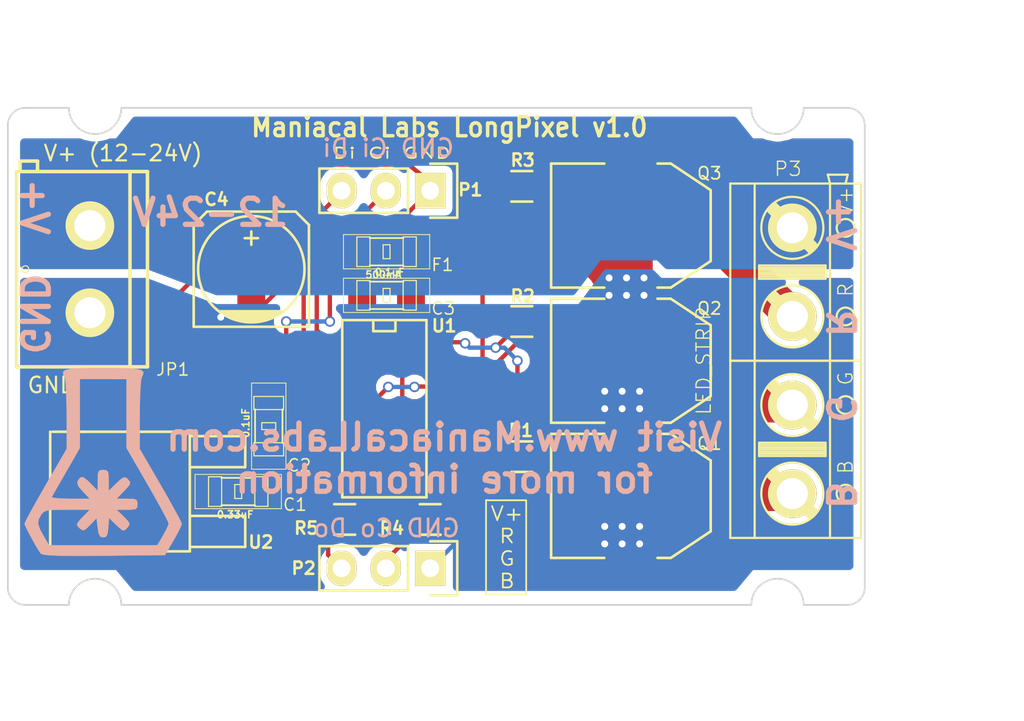
<source format=kicad_pcb>
(kicad_pcb (version 4) (host pcbnew 4.0.1-stable)

  (general
    (links 45)
    (no_connects 0)
    (area 37 10.665475 99.5 52.334524)
    (thickness 1.6)
    (drawings 37)
    (tracks 178)
    (zones 0)
    (modules 20)
    (nets 17)
  )

  (page A4)
  (layers
    (0 F.Cu signal)
    (31 B.Cu signal hide)
    (32 B.Adhes user)
    (33 F.Adhes user)
    (34 B.Paste user)
    (35 F.Paste user)
    (36 B.SilkS user)
    (37 F.SilkS user)
    (38 B.Mask user)
    (39 F.Mask user)
    (40 Dwgs.User user)
    (41 Cmts.User user)
    (42 Eco1.User user)
    (43 Eco2.User user)
    (44 Edge.Cuts user)
    (45 Margin user)
    (46 B.CrtYd user)
    (47 F.CrtYd user hide)
    (48 B.Fab user)
    (49 F.Fab user)
  )

  (setup
    (last_trace_width 0.25)
    (user_trace_width 0.5)
    (user_trace_width 2)
    (user_trace_width 7)
    (trace_clearance 0.2)
    (zone_clearance 0.4)
    (zone_45_only no)
    (trace_min 0.2)
    (segment_width 0.1)
    (edge_width 0.1)
    (via_size 0.6)
    (via_drill 0.4)
    (via_min_size 0.4)
    (via_min_drill 0.3)
    (uvia_size 0.3)
    (uvia_drill 0.1)
    (uvias_allowed no)
    (uvia_min_size 0.2)
    (uvia_min_drill 0.1)
    (pcb_text_width 0.3)
    (pcb_text_size 1.5 1.5)
    (mod_edge_width 0.15)
    (mod_text_size 1 1)
    (mod_text_width 0.15)
    (pad_size 1.5 1.5)
    (pad_drill 0.6)
    (pad_to_mask_clearance 0)
    (aux_axis_origin 0 0)
    (visible_elements 7FFEFFFF)
    (pcbplotparams
      (layerselection 0x010f0_80000001)
      (usegerberextensions false)
      (excludeedgelayer true)
      (linewidth 0.100000)
      (plotframeref false)
      (viasonmask false)
      (mode 1)
      (useauxorigin false)
      (hpglpennumber 1)
      (hpglpenspeed 20)
      (hpglpendiameter 15)
      (hpglpenoverlay 2)
      (psnegative false)
      (psa4output false)
      (plotreference true)
      (plotvalue false)
      (plotinvisibletext false)
      (padsonsilk false)
      (subtractmaskfromsilk false)
      (outputformat 1)
      (mirror false)
      (drillshape 0)
      (scaleselection 1)
      (outputdirectory gerberMini/))
  )

  (net 0 "")
  (net 1 12V)
  (net 2 GND)
  (net 3 5V)
  (net 4 CKI)
  (net 5 SDI)
  (net 6 CKO)
  (net 7 SDO)
  (net 8 "Net-(P3-Pad4)")
  (net 9 "Net-(P3-Pad3)")
  (net 10 "Net-(P3-Pad2)")
  (net 11 "Net-(Q1-Pad1)")
  (net 12 "Net-(Q2-Pad1)")
  (net 13 "Net-(Q3-Pad1)")
  (net 14 +5V)
  (net 15 "Net-(P2-Pad2)")
  (net 16 "Net-(P2-Pad3)")

  (net_class Default "This is the default net class."
    (clearance 0.2)
    (trace_width 0.25)
    (via_dia 0.6)
    (via_drill 0.4)
    (uvia_dia 0.3)
    (uvia_drill 0.1)
    (add_net +5V)
    (add_net 12V)
    (add_net 5V)
    (add_net CKI)
    (add_net CKO)
    (add_net GND)
    (add_net "Net-(P2-Pad2)")
    (add_net "Net-(P2-Pad3)")
    (add_net "Net-(P3-Pad2)")
    (add_net "Net-(P3-Pad3)")
    (add_net "Net-(P3-Pad4)")
    (add_net "Net-(Q1-Pad1)")
    (add_net "Net-(Q2-Pad1)")
    (add_net "Net-(Q3-Pad1)")
    (add_net SDI)
    (add_net SDO)
  )

  (net_class 12VCap ""
    (clearance 0.2)
    (trace_width 1)
    (via_dia 0.6)
    (via_drill 0.4)
    (uvia_dia 0.3)
    (uvia_drill 0.1)
  )

  (module ML_Kicad_Footprints:ML_SparkFun-1206 (layer F.Cu) (tedit 55EB8FD6) (tstamp 55EA29DC)
    (at 50.5 39)
    (path /556A4134)
    (attr smd)
    (fp_text reference C1 (at 3.25 0.75) (layer F.SilkS)
      (effects (font (size 0.7 0.7) (thickness 0.0889)))
    )
    (fp_text value 0.33uF (at -0.1778 1.3208) (layer F.SilkS)
      (effects (font (size 0.4064 0.4064) (thickness 0.0889)))
    )
    (fp_line (start -1.7018 0.8509) (end -0.94996 0.8509) (layer F.SilkS) (width 0.06604))
    (fp_line (start -0.94996 0.8509) (end -0.94996 -0.84836) (layer F.SilkS) (width 0.06604))
    (fp_line (start -1.7018 -0.84836) (end -0.94996 -0.84836) (layer F.SilkS) (width 0.06604))
    (fp_line (start -1.7018 0.8509) (end -1.7018 -0.84836) (layer F.SilkS) (width 0.06604))
    (fp_line (start 0.94996 0.84836) (end 1.7018 0.84836) (layer F.SilkS) (width 0.06604))
    (fp_line (start 1.7018 0.84836) (end 1.7018 -0.8509) (layer F.SilkS) (width 0.06604))
    (fp_line (start 0.94996 -0.8509) (end 1.7018 -0.8509) (layer F.SilkS) (width 0.06604))
    (fp_line (start 0.94996 0.84836) (end 0.94996 -0.8509) (layer F.SilkS) (width 0.06604))
    (fp_line (start -0.19812 0.39878) (end 0.19812 0.39878) (layer F.SilkS) (width 0.06604))
    (fp_line (start 0.19812 0.39878) (end 0.19812 -0.39878) (layer F.SilkS) (width 0.06604))
    (fp_line (start -0.19812 -0.39878) (end 0.19812 -0.39878) (layer F.SilkS) (width 0.06604))
    (fp_line (start -0.19812 0.39878) (end -0.19812 -0.39878) (layer F.SilkS) (width 0.06604))
    (fp_line (start -2.47142 -0.98298) (end 2.47142 -0.98298) (layer F.SilkS) (width 0.0508))
    (fp_line (start 2.47142 0.98298) (end -2.47142 0.98298) (layer F.SilkS) (width 0.0508))
    (fp_line (start -2.47142 0.98298) (end -2.47142 -0.98298) (layer F.SilkS) (width 0.0508))
    (fp_line (start 2.47142 -0.98298) (end 2.47142 0.98298) (layer F.SilkS) (width 0.0508))
    (fp_line (start -0.96266 -0.78486) (end 0.96266 -0.78486) (layer F.SilkS) (width 0.1016))
    (fp_line (start -0.96266 0.78486) (end 0.96266 0.78486) (layer F.SilkS) (width 0.1016))
    (pad 1 smd rect (at -1.39954 0) (size 1.59766 1.79832) (layers F.Cu F.Paste F.Mask)
      (net 1 12V))
    (pad 2 smd rect (at 1.39954 0) (size 1.59766 1.79832) (layers F.Cu F.Paste F.Mask)
      (net 2 GND))
  )

  (module ML_Kicad_Footprints:ML_SparkFun-1206 (layer F.Cu) (tedit 55EB8FD5) (tstamp 55EA29F4)
    (at 52.25 35.25 270)
    (path /556A40EF)
    (attr smd)
    (fp_text reference C2 (at 2.25 -1.75 360) (layer F.SilkS)
      (effects (font (size 0.7 0.7) (thickness 0.0889)))
    )
    (fp_text value 0.1uF (at -0.1778 1.3208 270) (layer F.SilkS)
      (effects (font (size 0.4064 0.4064) (thickness 0.0889)))
    )
    (fp_line (start -1.7018 0.8509) (end -0.94996 0.8509) (layer F.SilkS) (width 0.06604))
    (fp_line (start -0.94996 0.8509) (end -0.94996 -0.84836) (layer F.SilkS) (width 0.06604))
    (fp_line (start -1.7018 -0.84836) (end -0.94996 -0.84836) (layer F.SilkS) (width 0.06604))
    (fp_line (start -1.7018 0.8509) (end -1.7018 -0.84836) (layer F.SilkS) (width 0.06604))
    (fp_line (start 0.94996 0.84836) (end 1.7018 0.84836) (layer F.SilkS) (width 0.06604))
    (fp_line (start 1.7018 0.84836) (end 1.7018 -0.8509) (layer F.SilkS) (width 0.06604))
    (fp_line (start 0.94996 -0.8509) (end 1.7018 -0.8509) (layer F.SilkS) (width 0.06604))
    (fp_line (start 0.94996 0.84836) (end 0.94996 -0.8509) (layer F.SilkS) (width 0.06604))
    (fp_line (start -0.19812 0.39878) (end 0.19812 0.39878) (layer F.SilkS) (width 0.06604))
    (fp_line (start 0.19812 0.39878) (end 0.19812 -0.39878) (layer F.SilkS) (width 0.06604))
    (fp_line (start -0.19812 -0.39878) (end 0.19812 -0.39878) (layer F.SilkS) (width 0.06604))
    (fp_line (start -0.19812 0.39878) (end -0.19812 -0.39878) (layer F.SilkS) (width 0.06604))
    (fp_line (start -2.47142 -0.98298) (end 2.47142 -0.98298) (layer F.SilkS) (width 0.0508))
    (fp_line (start 2.47142 0.98298) (end -2.47142 0.98298) (layer F.SilkS) (width 0.0508))
    (fp_line (start -2.47142 0.98298) (end -2.47142 -0.98298) (layer F.SilkS) (width 0.0508))
    (fp_line (start 2.47142 -0.98298) (end 2.47142 0.98298) (layer F.SilkS) (width 0.0508))
    (fp_line (start -0.96266 -0.78486) (end 0.96266 -0.78486) (layer F.SilkS) (width 0.1016))
    (fp_line (start -0.96266 0.78486) (end 0.96266 0.78486) (layer F.SilkS) (width 0.1016))
    (pad 1 smd rect (at -1.39954 0 270) (size 1.59766 1.79832) (layers F.Cu F.Paste F.Mask)
      (net 14 +5V))
    (pad 2 smd rect (at 1.39954 0 270) (size 1.59766 1.79832) (layers F.Cu F.Paste F.Mask)
      (net 2 GND))
  )

  (module ML_Kicad_Footprints:ML_SparkFun-1206 (layer F.Cu) (tedit 55EB8FF6) (tstamp 55EA2A0C)
    (at 59 27.75 180)
    (path /5569E907)
    (attr smd)
    (fp_text reference C3 (at -3.25 -0.75 180) (layer F.SilkS)
      (effects (font (size 0.7 0.7) (thickness 0.0889)))
    )
    (fp_text value 0.1uF (at -0.1778 1.3208 180) (layer F.SilkS)
      (effects (font (size 0.4064 0.4064) (thickness 0.0889)))
    )
    (fp_line (start -1.7018 0.8509) (end -0.94996 0.8509) (layer F.SilkS) (width 0.06604))
    (fp_line (start -0.94996 0.8509) (end -0.94996 -0.84836) (layer F.SilkS) (width 0.06604))
    (fp_line (start -1.7018 -0.84836) (end -0.94996 -0.84836) (layer F.SilkS) (width 0.06604))
    (fp_line (start -1.7018 0.8509) (end -1.7018 -0.84836) (layer F.SilkS) (width 0.06604))
    (fp_line (start 0.94996 0.84836) (end 1.7018 0.84836) (layer F.SilkS) (width 0.06604))
    (fp_line (start 1.7018 0.84836) (end 1.7018 -0.8509) (layer F.SilkS) (width 0.06604))
    (fp_line (start 0.94996 -0.8509) (end 1.7018 -0.8509) (layer F.SilkS) (width 0.06604))
    (fp_line (start 0.94996 0.84836) (end 0.94996 -0.8509) (layer F.SilkS) (width 0.06604))
    (fp_line (start -0.19812 0.39878) (end 0.19812 0.39878) (layer F.SilkS) (width 0.06604))
    (fp_line (start 0.19812 0.39878) (end 0.19812 -0.39878) (layer F.SilkS) (width 0.06604))
    (fp_line (start -0.19812 -0.39878) (end 0.19812 -0.39878) (layer F.SilkS) (width 0.06604))
    (fp_line (start -0.19812 0.39878) (end -0.19812 -0.39878) (layer F.SilkS) (width 0.06604))
    (fp_line (start -2.47142 -0.98298) (end 2.47142 -0.98298) (layer F.SilkS) (width 0.0508))
    (fp_line (start 2.47142 0.98298) (end -2.47142 0.98298) (layer F.SilkS) (width 0.0508))
    (fp_line (start -2.47142 0.98298) (end -2.47142 -0.98298) (layer F.SilkS) (width 0.0508))
    (fp_line (start 2.47142 -0.98298) (end 2.47142 0.98298) (layer F.SilkS) (width 0.0508))
    (fp_line (start -0.96266 -0.78486) (end 0.96266 -0.78486) (layer F.SilkS) (width 0.1016))
    (fp_line (start -0.96266 0.78486) (end 0.96266 0.78486) (layer F.SilkS) (width 0.1016))
    (pad 1 smd rect (at -1.39954 0 180) (size 1.59766 1.79832) (layers F.Cu F.Paste F.Mask)
      (net 3 5V))
    (pad 2 smd rect (at 1.39954 0 180) (size 1.59766 1.79832) (layers F.Cu F.Paste F.Mask)
      (net 2 GND))
  )

  (module Capacitors_SMD:c_elec_6.3x5.3 (layer F.Cu) (tedit 55EB8A0B) (tstamp 55EA2A24)
    (at 51.25 26.25 90)
    (descr "SMT capacitor, aluminium electrolytic, 6.3x5.3")
    (path /55E77950)
    (attr smd)
    (fp_text reference C4 (at 4 -2 180) (layer F.SilkS)
      (effects (font (size 0.7 0.7) (thickness 0.15)))
    )
    (fp_text value CP (at 0 4.445 90) (layer F.Fab)
      (effects (font (size 1 1) (thickness 0.15)))
    )
    (fp_line (start -4.85 -3.65) (end 4.85 -3.65) (layer F.CrtYd) (width 0.05))
    (fp_line (start 4.85 -3.65) (end 4.85 3.65) (layer F.CrtYd) (width 0.05))
    (fp_line (start 4.85 3.65) (end -4.85 3.65) (layer F.CrtYd) (width 0.05))
    (fp_line (start -4.85 3.65) (end -4.85 -3.65) (layer F.CrtYd) (width 0.05))
    (fp_line (start -2.921 -0.762) (end -2.921 0.762) (layer F.SilkS) (width 0.15))
    (fp_line (start -2.794 1.143) (end -2.794 -1.143) (layer F.SilkS) (width 0.15))
    (fp_line (start -2.667 -1.397) (end -2.667 1.397) (layer F.SilkS) (width 0.15))
    (fp_line (start -2.54 1.651) (end -2.54 -1.651) (layer F.SilkS) (width 0.15))
    (fp_line (start -2.413 -1.778) (end -2.413 1.778) (layer F.SilkS) (width 0.15))
    (fp_line (start -3.302 -3.302) (end -3.302 3.302) (layer F.SilkS) (width 0.15))
    (fp_line (start -3.302 3.302) (end 2.54 3.302) (layer F.SilkS) (width 0.15))
    (fp_line (start 2.54 3.302) (end 3.302 2.54) (layer F.SilkS) (width 0.15))
    (fp_line (start 3.302 2.54) (end 3.302 -2.54) (layer F.SilkS) (width 0.15))
    (fp_line (start 3.302 -2.54) (end 2.54 -3.302) (layer F.SilkS) (width 0.15))
    (fp_line (start 2.54 -3.302) (end -3.302 -3.302) (layer F.SilkS) (width 0.15))
    (fp_line (start 2.159 0) (end 1.397 0) (layer F.SilkS) (width 0.15))
    (fp_line (start 1.778 -0.381) (end 1.778 0.381) (layer F.SilkS) (width 0.15))
    (fp_circle (center 0 0) (end -3.048 0) (layer F.SilkS) (width 0.15))
    (pad 1 smd rect (at 2.75082 0 90) (size 3.59918 1.6002) (layers F.Cu F.Paste F.Mask)
      (net 1 12V))
    (pad 2 smd rect (at -2.75082 0 90) (size 3.59918 1.6002) (layers F.Cu F.Paste F.Mask)
      (net 2 GND))
    (model Capacitors_SMD.3dshapes/c_elec_6.3x5.3.wrl
      (at (xyz 0 0 0))
      (scale (xyz 1 1 1))
      (rotate (xyz 0 0 0))
    )
  )

  (module ML_Kicad_Footprints:ML_SparkFun-SCREWTERMINAL-5MM-2 (layer F.Cu) (tedit 55EB9005) (tstamp 55EA2A45)
    (at 42 28.75 90)
    (path /5559186C)
    (attr virtual)
    (fp_text reference JP1 (at -3.25 4.75 180) (layer F.SilkS)
      (effects (font (size 0.7 0.7) (thickness 0.0889)))
    )
    (fp_text value 12V_IN (at -0.0508 -1.4732 90) (layer F.SilkS) hide
      (effects (font (size 0.4064 0.4064) (thickness 0.0889)))
    )
    (fp_line (start -3.0988 -4.19862) (end 8.09752 -4.19862) (layer F.SilkS) (width 0.2032))
    (fp_line (start 8.09752 -4.19862) (end 8.09752 2.2987) (layer F.SilkS) (width 0.2032))
    (fp_line (start 8.09752 2.2987) (end 8.09752 3.29946) (layer F.SilkS) (width 0.2032))
    (fp_line (start 8.09752 3.29946) (end -3.0988 3.29946) (layer F.SilkS) (width 0.2032))
    (fp_line (start -3.0988 3.29946) (end -3.0988 2.2987) (layer F.SilkS) (width 0.2032))
    (fp_line (start -3.0988 2.2987) (end -3.0988 -4.19862) (layer F.SilkS) (width 0.2032))
    (fp_line (start 8.09752 2.2987) (end -3.0988 2.2987) (layer F.SilkS) (width 0.2032))
    (fp_line (start -3.0988 1.34874) (end -3.69824 1.34874) (layer F.SilkS) (width 0.2032))
    (fp_line (start -3.69824 1.34874) (end -3.69824 2.3495) (layer F.SilkS) (width 0.2032))
    (fp_line (start -3.69824 2.3495) (end -3.0988 2.3495) (layer F.SilkS) (width 0.2032))
    (fp_line (start 8.09752 -3.99796) (end 8.6995 -3.99796) (layer F.SilkS) (width 0.2032))
    (fp_line (start 8.6995 -3.99796) (end 8.6995 -2.99974) (layer F.SilkS) (width 0.2032))
    (fp_line (start 8.6995 -2.99974) (end 8.09752 -2.99974) (layer F.SilkS) (width 0.2032))
    (fp_circle (center 2.49936 -3.69824) (end 2.63906 -3.83794) (layer F.SilkS) (width 0.0635))
    (pad 1 thru_hole rect (at 0 0 90) (size 2.032 0) (drill 1.29794) (layers *.Cu F.Paste F.SilkS F.Mask)
      (net 2 GND))
    (pad 2 thru_hole circle (at 4.99872 0 90) (size 2.79 2.79) (drill 1.778) (layers *.Cu *.Mask F.Paste F.SilkS)
      (net 1 12V))
    (pad 1 thru_hole circle (at 0 0 90) (size 2.79 2.79) (drill 1.778) (layers *.Cu *.Mask F.Paste F.SilkS)
      (net 2 GND))
  )

  (module Pin_Headers:Pin_Header_Straight_1x03 (layer F.Cu) (tedit 55EB8A44) (tstamp 55EA2A57)
    (at 61.5 21.75 270)
    (descr "Through hole pin header")
    (tags "pin header")
    (path /55591930)
    (fp_text reference P1 (at -0.05 -2.3 360) (layer F.SilkS)
      (effects (font (size 0.7 0.7) (thickness 0.15)))
    )
    (fp_text value GNDCLKDATA_IN (at 0 -3.1 270) (layer F.Fab)
      (effects (font (size 1 1) (thickness 0.15)))
    )
    (fp_line (start -1.75 -1.75) (end -1.75 6.85) (layer F.CrtYd) (width 0.05))
    (fp_line (start 1.75 -1.75) (end 1.75 6.85) (layer F.CrtYd) (width 0.05))
    (fp_line (start -1.75 -1.75) (end 1.75 -1.75) (layer F.CrtYd) (width 0.05))
    (fp_line (start -1.75 6.85) (end 1.75 6.85) (layer F.CrtYd) (width 0.05))
    (fp_line (start -1.27 1.27) (end -1.27 6.35) (layer F.SilkS) (width 0.15))
    (fp_line (start -1.27 6.35) (end 1.27 6.35) (layer F.SilkS) (width 0.15))
    (fp_line (start 1.27 6.35) (end 1.27 1.27) (layer F.SilkS) (width 0.15))
    (fp_line (start 1.55 -1.55) (end 1.55 0) (layer F.SilkS) (width 0.15))
    (fp_line (start 1.27 1.27) (end -1.27 1.27) (layer F.SilkS) (width 0.15))
    (fp_line (start -1.55 0) (end -1.55 -1.55) (layer F.SilkS) (width 0.15))
    (fp_line (start -1.55 -1.55) (end 1.55 -1.55) (layer F.SilkS) (width 0.15))
    (pad 1 thru_hole rect (at 0 0 270) (size 2.032 1.7272) (drill 1.016) (layers *.Cu *.Mask F.SilkS)
      (net 2 GND))
    (pad 2 thru_hole oval (at 0 2.54 270) (size 2.032 1.7272) (drill 1.016) (layers *.Cu *.Mask F.SilkS)
      (net 4 CKI))
    (pad 3 thru_hole oval (at 0 5.08 270) (size 2.032 1.7272) (drill 1.016) (layers *.Cu *.Mask F.SilkS)
      (net 5 SDI))
    (model Pin_Headers.3dshapes/Pin_Header_Straight_1x03.wrl
      (at (xyz 0 -0.1 0))
      (scale (xyz 1 1 1))
      (rotate (xyz 0 0 90))
    )
  )

  (module Pin_Headers:Pin_Header_Straight_1x03 (layer F.Cu) (tedit 55EB8FEE) (tstamp 55EA2A69)
    (at 61.5 43.4 270)
    (descr "Through hole pin header")
    (tags "pin header")
    (path /55591A27)
    (fp_text reference P2 (at 0 7.25 360) (layer F.SilkS)
      (effects (font (size 0.7 0.7) (thickness 0.15)))
    )
    (fp_text value GNDCLKDATA_OUT (at 0 -3.1 270) (layer F.Fab)
      (effects (font (size 1 1) (thickness 0.15)))
    )
    (fp_line (start -1.75 -1.75) (end -1.75 6.85) (layer F.CrtYd) (width 0.05))
    (fp_line (start 1.75 -1.75) (end 1.75 6.85) (layer F.CrtYd) (width 0.05))
    (fp_line (start -1.75 -1.75) (end 1.75 -1.75) (layer F.CrtYd) (width 0.05))
    (fp_line (start -1.75 6.85) (end 1.75 6.85) (layer F.CrtYd) (width 0.05))
    (fp_line (start -1.27 1.27) (end -1.27 6.35) (layer F.SilkS) (width 0.15))
    (fp_line (start -1.27 6.35) (end 1.27 6.35) (layer F.SilkS) (width 0.15))
    (fp_line (start 1.27 6.35) (end 1.27 1.27) (layer F.SilkS) (width 0.15))
    (fp_line (start 1.55 -1.55) (end 1.55 0) (layer F.SilkS) (width 0.15))
    (fp_line (start 1.27 1.27) (end -1.27 1.27) (layer F.SilkS) (width 0.15))
    (fp_line (start -1.55 0) (end -1.55 -1.55) (layer F.SilkS) (width 0.15))
    (fp_line (start -1.55 -1.55) (end 1.55 -1.55) (layer F.SilkS) (width 0.15))
    (pad 1 thru_hole rect (at 0 0 270) (size 2.032 1.7272) (drill 1.016) (layers *.Cu *.Mask F.SilkS)
      (net 2 GND))
    (pad 2 thru_hole oval (at 0 2.54 270) (size 2.032 1.7272) (drill 1.016) (layers *.Cu *.Mask F.SilkS)
      (net 15 "Net-(P2-Pad2)"))
    (pad 3 thru_hole oval (at 0 5.08 270) (size 2.032 1.7272) (drill 1.016) (layers *.Cu *.Mask F.SilkS)
      (net 16 "Net-(P2-Pad3)"))
    (model Pin_Headers.3dshapes/Pin_Header_Straight_1x03.wrl
      (at (xyz 0 -0.1 0))
      (scale (xyz 1 1 1))
      (rotate (xyz 0 0 90))
    )
  )

  (module ab2_terminal_block:AB2_TB_04_RA_5.08MM_L-BLU (layer F.Cu) (tedit 5647CCBF) (tstamp 55EA2AB2)
    (at 82.25 31.5 270)
    (path /5564FBB3)
    (fp_text reference P3 (at -11 0.25 360) (layer F.SilkS)
      (effects (font (size 0.8128 0.8128) (thickness 0.0762)))
    )
    (fp_text value LED_STRIP (at 0 5.08 270) (layer F.SilkS)
      (effects (font (size 0.8128 0.8128) (thickness 0.0762)))
    )
    (fp_line (start -10.668 -3.175) (end -10.16 -3.048) (layer F.SilkS) (width 0.127))
    (fp_line (start -10.668 -2.032) (end -10.668 -3.175) (layer F.SilkS) (width 0.127))
    (fp_line (start -10.16 -2.159) (end -10.668 -2.032) (layer F.SilkS) (width 0.127))
    (fp_line (start 4.699 1.905) (end 4.699 -1.905) (layer F.SilkS) (width 0.127))
    (fp_line (start 5.461 1.905) (end 4.699 1.905) (layer F.SilkS) (width 0.127))
    (fp_line (start 5.461 -1.905) (end 5.461 1.905) (layer F.SilkS) (width 0.127))
    (fp_line (start 4.699 -1.905) (end 5.461 -1.905) (layer F.SilkS) (width 0.127))
    (fp_line (start 4.826 -1.905) (end 4.826 1.905) (layer F.SilkS) (width 0.127))
    (fp_line (start 4.953 -1.905) (end 4.953 1.905) (layer F.SilkS) (width 0.127))
    (fp_line (start 5.08 -1.905) (end 5.08 1.905) (layer F.SilkS) (width 0.127))
    (fp_line (start 5.207 -1.905) (end 5.207 1.905) (layer F.SilkS) (width 0.127))
    (fp_line (start 5.334 -1.905) (end 5.334 1.905) (layer F.SilkS) (width 0.127))
    (fp_line (start 0 2.159) (end 0 -2.159) (layer F.SilkS) (width 0.127))
    (fp_line (start 10.16 2.159) (end 0 2.159) (layer F.SilkS) (width 0.127))
    (fp_line (start 10.16 -2.159) (end 10.16 2.159) (layer F.SilkS) (width 0.127))
    (fp_line (start 0 -2.159) (end 10.16 -2.159) (layer F.SilkS) (width 0.127))
    (fp_circle (center 2.54 0) (end 2.54 -1.778) (layer F.SilkS) (width 0.127))
    (fp_line (start 1.397 1.143) (end 3.683 -1.143) (layer F.SilkS) (width 0.381))
    (fp_line (start 3.81 -1.016) (end 1.524 1.27) (layer F.SilkS) (width 0.381))
    (fp_line (start 1.27 1.016) (end 3.556 -1.27) (layer F.SilkS) (width 0.381))
    (fp_line (start 6.35 1.016) (end 8.636 -1.27) (layer F.SilkS) (width 0.381))
    (fp_line (start 8.89 -1.016) (end 6.604 1.27) (layer F.SilkS) (width 0.381))
    (fp_line (start 6.477 1.143) (end 8.763 -1.143) (layer F.SilkS) (width 0.381))
    (fp_circle (center 7.62 0) (end 7.62 -1.778) (layer F.SilkS) (width 0.127))
    (fp_line (start 10.16 3.556) (end 10.16 2.159) (layer F.SilkS) (width 0.127))
    (fp_line (start 0 3.556) (end 10.16 3.556) (layer F.SilkS) (width 0.127))
    (fp_line (start 0 2.159) (end 0 3.556) (layer F.SilkS) (width 0.127))
    (fp_line (start 10.16 -3.937) (end 10.16 -2.159) (layer F.SilkS) (width 0.127))
    (fp_line (start 0 -3.937) (end 10.16 -3.937) (layer F.SilkS) (width 0.127))
    (fp_line (start 0 -2.159) (end 0 -3.937) (layer F.SilkS) (width 0.127))
    (fp_circle (center 2.54 -3.048) (end 2.54 -3.556) (layer F.SilkS) (width 0.127))
    (fp_circle (center 7.62 -3.048) (end 7.62 -3.556) (layer F.SilkS) (width 0.127))
    (fp_text user G (at 1.016 -3.048 270) (layer F.SilkS)
      (effects (font (size 0.8128 0.8128) (thickness 0.0762)))
    )
    (fp_text user B (at 6.096 -3.048 270) (layer F.SilkS)
      (effects (font (size 0.8128 0.8128) (thickness 0.0762)))
    )
    (fp_text user R (at -4.064 -3.048 270) (layer F.SilkS)
      (effects (font (size 0.8128 0.8128) (thickness 0.0762)))
    )
    (fp_text user V+ (at -9.144 -3.048 270) (layer F.SilkS)
      (effects (font (size 0.8128 0.8128) (thickness 0.0762)))
    )
    (fp_circle (center -2.54 -3.048) (end -2.54 -3.556) (layer F.SilkS) (width 0.127))
    (fp_circle (center -7.62 -3.048) (end -7.62 -3.556) (layer F.SilkS) (width 0.127))
    (fp_line (start -10.16 -2.159) (end -10.16 -3.937) (layer F.SilkS) (width 0.127))
    (fp_line (start -10.16 -3.937) (end 0 -3.937) (layer F.SilkS) (width 0.127))
    (fp_line (start 0 -3.937) (end 0 -2.159) (layer F.SilkS) (width 0.127))
    (fp_line (start -10.16 2.159) (end -10.16 3.556) (layer F.SilkS) (width 0.127))
    (fp_line (start -10.16 3.556) (end 0 3.556) (layer F.SilkS) (width 0.127))
    (fp_line (start 0 3.556) (end 0 2.159) (layer F.SilkS) (width 0.127))
    (fp_circle (center -2.54 0) (end -2.54 -1.778) (layer F.SilkS) (width 0.127))
    (fp_line (start -3.683 1.143) (end -1.397 -1.143) (layer F.SilkS) (width 0.381))
    (fp_line (start -1.27 -1.016) (end -3.556 1.27) (layer F.SilkS) (width 0.381))
    (fp_line (start -3.81 1.016) (end -1.524 -1.27) (layer F.SilkS) (width 0.381))
    (fp_line (start -8.89 1.016) (end -6.604 -1.27) (layer F.SilkS) (width 0.381))
    (fp_line (start -6.35 -1.016) (end -8.636 1.27) (layer F.SilkS) (width 0.381))
    (fp_line (start -8.763 1.143) (end -6.477 -1.143) (layer F.SilkS) (width 0.381))
    (fp_circle (center -7.62 0) (end -7.62 -1.778) (layer F.SilkS) (width 0.127))
    (fp_line (start -10.16 -2.159) (end 0 -2.159) (layer F.SilkS) (width 0.127))
    (fp_line (start 0 -2.159) (end 0 2.159) (layer F.SilkS) (width 0.127))
    (fp_line (start 0 2.159) (end -10.16 2.159) (layer F.SilkS) (width 0.127))
    (fp_line (start -10.16 2.159) (end -10.16 -2.159) (layer F.SilkS) (width 0.127))
    (fp_line (start -4.826 -1.905) (end -4.826 1.905) (layer F.SilkS) (width 0.127))
    (fp_line (start -4.953 -1.905) (end -4.953 1.905) (layer F.SilkS) (width 0.127))
    (fp_line (start -5.08 -1.905) (end -5.08 1.905) (layer F.SilkS) (width 0.127))
    (fp_line (start -5.207 -1.905) (end -5.207 1.905) (layer F.SilkS) (width 0.127))
    (fp_line (start -5.334 -1.905) (end -5.334 1.905) (layer F.SilkS) (width 0.127))
    (fp_line (start -5.461 -1.905) (end -4.699 -1.905) (layer F.SilkS) (width 0.127))
    (fp_line (start -4.699 -1.905) (end -4.699 1.905) (layer F.SilkS) (width 0.127))
    (fp_line (start -4.699 1.905) (end -5.461 1.905) (layer F.SilkS) (width 0.127))
    (fp_line (start -5.461 1.905) (end -5.461 -1.905) (layer F.SilkS) (width 0.127))
    (pad 4 thru_hole circle (at 7.62 0 270) (size 2.794 2.794) (drill 1.778) (layers *.Cu *.Mask F.SilkS)
      (net 8 "Net-(P3-Pad4)"))
    (pad 3 thru_hole circle (at 2.54 0 270) (size 2.794 2.794) (drill 1.778) (layers *.Cu *.Mask F.SilkS)
      (net 9 "Net-(P3-Pad3)"))
    (pad 1 thru_hole circle (at -7.62 0 270) (size 2.794 2.794) (drill 1.778) (layers *.Cu *.Mask F.SilkS)
      (net 1 12V))
    (pad 2 thru_hole circle (at -2.54 0 270) (size 2.794 2.794) (drill 1.778) (layers *.Cu *.Mask F.SilkS)
      (net 10 "Net-(P3-Pad2)"))
    (model ../3d_models/ab2_terminal_block/AB2_TB_02_RA_5MM-BLU.wrl
      (at (xyz -0.2 0 0))
      (scale (xyz 0.3937 0.3937 0.3937))
      (rotate (xyz 0 0 0))
    )
    (model ../3d_models/ab2_terminal_block/AB2_TB_02_RA_5MM-BLU.wrl
      (at (xyz 0.2 0 0))
      (scale (xyz 0.3937 0.3937 0.3937))
      (rotate (xyz 0 0 0))
    )
  )

  (module Resistors_SMD:R_0805 (layer F.Cu) (tedit 55EB89EF) (tstamp 55EA2ABE)
    (at 66.75 37)
    (descr "Resistor SMD 0805, reflow soldering, Vishay (see dcrcw.pdf)")
    (tags "resistor 0805")
    (path /5559100A)
    (attr smd)
    (fp_text reference R1 (at -0.05 -1.5) (layer F.SilkS)
      (effects (font (size 0.7 0.7) (thickness 0.15)))
    )
    (fp_text value 10K (at 0 2.1) (layer F.Fab)
      (effects (font (size 1 1) (thickness 0.15)))
    )
    (fp_line (start -1.6 -1) (end 1.6 -1) (layer F.CrtYd) (width 0.05))
    (fp_line (start -1.6 1) (end 1.6 1) (layer F.CrtYd) (width 0.05))
    (fp_line (start -1.6 -1) (end -1.6 1) (layer F.CrtYd) (width 0.05))
    (fp_line (start 1.6 -1) (end 1.6 1) (layer F.CrtYd) (width 0.05))
    (fp_line (start 0.6 0.875) (end -0.6 0.875) (layer F.SilkS) (width 0.15))
    (fp_line (start -0.6 -0.875) (end 0.6 -0.875) (layer F.SilkS) (width 0.15))
    (pad 1 smd rect (at -0.95 0) (size 0.7 1.3) (layers F.Cu F.Paste F.Mask)
      (net 3 5V))
    (pad 2 smd rect (at 0.95 0) (size 0.7 1.3) (layers F.Cu F.Paste F.Mask)
      (net 11 "Net-(Q1-Pad1)"))
    (model Resistors_SMD.3dshapes/R_0805.wrl
      (at (xyz 0 0 0))
      (scale (xyz 1 1 1))
      (rotate (xyz 0 0 0))
    )
  )

  (module Resistors_SMD:R_0805 (layer F.Cu) (tedit 55EB89E4) (tstamp 55EA2ACA)
    (at 66.75 29.25)
    (descr "Resistor SMD 0805, reflow soldering, Vishay (see dcrcw.pdf)")
    (tags "resistor 0805")
    (path /555914C6)
    (attr smd)
    (fp_text reference R2 (at 0.05 -1.45) (layer F.SilkS)
      (effects (font (size 0.7 0.7) (thickness 0.15)))
    )
    (fp_text value 10K (at 0 2.1) (layer F.Fab)
      (effects (font (size 1 1) (thickness 0.15)))
    )
    (fp_line (start -1.6 -1) (end 1.6 -1) (layer F.CrtYd) (width 0.05))
    (fp_line (start -1.6 1) (end 1.6 1) (layer F.CrtYd) (width 0.05))
    (fp_line (start -1.6 -1) (end -1.6 1) (layer F.CrtYd) (width 0.05))
    (fp_line (start 1.6 -1) (end 1.6 1) (layer F.CrtYd) (width 0.05))
    (fp_line (start 0.6 0.875) (end -0.6 0.875) (layer F.SilkS) (width 0.15))
    (fp_line (start -0.6 -0.875) (end 0.6 -0.875) (layer F.SilkS) (width 0.15))
    (pad 1 smd rect (at -0.95 0) (size 0.7 1.3) (layers F.Cu F.Paste F.Mask)
      (net 3 5V))
    (pad 2 smd rect (at 0.95 0) (size 0.7 1.3) (layers F.Cu F.Paste F.Mask)
      (net 12 "Net-(Q2-Pad1)"))
    (model Resistors_SMD.3dshapes/R_0805.wrl
      (at (xyz 0 0 0))
      (scale (xyz 1 1 1))
      (rotate (xyz 0 0 0))
    )
  )

  (module Resistors_SMD:R_0805 (layer F.Cu) (tedit 55EB8A77) (tstamp 55EA2AD6)
    (at 66.75 21.5)
    (descr "Resistor SMD 0805, reflow soldering, Vishay (see dcrcw.pdf)")
    (tags "resistor 0805")
    (path /55591518)
    (attr smd)
    (fp_text reference R3 (at 0.05 -1.5) (layer F.SilkS)
      (effects (font (size 0.7 0.7) (thickness 0.15)))
    )
    (fp_text value 10K (at 0 2.1) (layer F.Fab)
      (effects (font (size 1 1) (thickness 0.15)))
    )
    (fp_line (start -1.6 -1) (end 1.6 -1) (layer F.CrtYd) (width 0.05))
    (fp_line (start -1.6 1) (end 1.6 1) (layer F.CrtYd) (width 0.05))
    (fp_line (start -1.6 -1) (end -1.6 1) (layer F.CrtYd) (width 0.05))
    (fp_line (start 1.6 -1) (end 1.6 1) (layer F.CrtYd) (width 0.05))
    (fp_line (start 0.6 0.875) (end -0.6 0.875) (layer F.SilkS) (width 0.15))
    (fp_line (start -0.6 -0.875) (end 0.6 -0.875) (layer F.SilkS) (width 0.15))
    (pad 1 smd rect (at -0.95 0) (size 0.7 1.3) (layers F.Cu F.Paste F.Mask)
      (net 3 5V))
    (pad 2 smd rect (at 0.95 0) (size 0.7 1.3) (layers F.Cu F.Paste F.Mask)
      (net 13 "Net-(Q3-Pad1)"))
    (model Resistors_SMD.3dshapes/R_0805.wrl
      (at (xyz 0 0 0))
      (scale (xyz 1 1 1))
      (rotate (xyz 0 0 0))
    )
  )

  (module SMD_Packages:SOIC-14_N (layer F.Cu) (tedit 56A69E8C) (tstamp 55EA2AEF)
    (at 59 34.25 270)
    (descr "Module CMS SOJ 14 pins Large")
    (tags "CMS SOJ")
    (path /55590B1F)
    (attr smd)
    (fp_text reference U1 (at -4.75 -3.3 360) (layer F.SilkS)
      (effects (font (size 0.7 0.7) (thickness 0.15)))
    )
    (fp_text value WS2801 (at 0 1.27 270) (layer F.Fab)
      (effects (font (size 1 1) (thickness 0.15)))
    )
    (fp_line (start 5.08 -2.286) (end 5.08 2.54) (layer F.SilkS) (width 0.15))
    (fp_line (start 5.08 2.54) (end -5.08 2.54) (layer F.SilkS) (width 0.15))
    (fp_line (start -5.08 2.54) (end -5.08 -2.286) (layer F.SilkS) (width 0.15))
    (fp_line (start -5.08 -2.286) (end 5.08 -2.286) (layer F.SilkS) (width 0.15))
    (fp_line (start -5.08 -0.508) (end -4.445 -0.508) (layer F.SilkS) (width 0.15))
    (fp_line (start -4.445 -0.508) (end -4.445 0.762) (layer F.SilkS) (width 0.15))
    (fp_line (start -4.445 0.762) (end -5.08 0.762) (layer F.SilkS) (width 0.15))
    (pad 1 smd rect (at -3.81 3.302 270) (size 0.508 1.143) (layers F.Cu F.Paste F.Mask)
      (net 4 CKI))
    (pad 2 smd rect (at -2.54 3.302 270) (size 0.508 1.143) (layers F.Cu F.Paste F.Mask)
      (net 5 SDI))
    (pad 3 smd rect (at -1.27 3.302 270) (size 0.508 1.143) (layers F.Cu F.Paste F.Mask)
      (net 2 GND))
    (pad 4 smd rect (at 0 3.302 270) (size 0.508 1.143) (layers F.Cu F.Paste F.Mask)
      (net 2 GND))
    (pad 5 smd rect (at 1.27 3.302 270) (size 0.508 1.143) (layers F.Cu F.Paste F.Mask)
      (net 2 GND))
    (pad 6 smd rect (at 2.54 3.302 270) (size 0.508 1.143) (layers F.Cu F.Paste F.Mask)
      (net 2 GND))
    (pad 7 smd rect (at 3.81 3.302 270) (size 0.508 1.143) (layers F.Cu F.Paste F.Mask)
      (net 2 GND))
    (pad 8 smd rect (at 3.81 -3.048 270) (size 0.508 1.143) (layers F.Cu F.Paste F.Mask)
      (net 11 "Net-(Q1-Pad1)"))
    (pad 9 smd rect (at 2.54 -3.048 270) (size 0.508 1.143) (layers F.Cu F.Paste F.Mask)
      (net 12 "Net-(Q2-Pad1)"))
    (pad 11 smd rect (at 0 -3.048 270) (size 0.508 1.143) (layers F.Cu F.Paste F.Mask))
    (pad 12 smd rect (at -1.27 -3.048 270) (size 0.508 1.143) (layers F.Cu F.Paste F.Mask)
      (net 7 SDO))
    (pad 13 smd rect (at -2.54 -3.048 270) (size 0.508 1.143) (layers F.Cu F.Paste F.Mask)
      (net 6 CKO))
    (pad 14 smd rect (at -3.81 -3.048 270) (size 0.508 1.143) (layers F.Cu F.Paste F.Mask)
      (net 3 5V))
    (pad 10 smd rect (at 1.27 -3.048 270) (size 0.508 1.143) (layers F.Cu F.Paste F.Mask)
      (net 13 "Net-(Q3-Pad1)"))
    (model SMD_Packages.3dshapes/SOIC-14_N.wrl
      (at (xyz 0 0 0))
      (scale (xyz 0.5 0.4 0.5))
      (rotate (xyz 0 0 0))
    )
  )

  (module ML_Kicad_Footprints:ML_DPAK-2 (layer F.Cu) (tedit 55EB8A33) (tstamp 55EA2B01)
    (at 49.25 39 90)
    (descr "MOS boitier DPACK G-D-S")
    (tags "CMD DPACK")
    (path /55590D1A)
    (attr smd)
    (fp_text reference U2 (at -2.9 2.55 180) (layer F.SilkS)
      (effects (font (size 0.7 0.7) (thickness 0.15)))
    )
    (fp_text value L78M05CDT-TR (at 0 -2.413 90) (layer F.Fab)
      (effects (font (size 1 1) (thickness 0.15)))
    )
    (fp_line (start 1.397 -1.524) (end 1.397 1.651) (layer F.SilkS) (width 0.15))
    (fp_line (start 1.397 1.651) (end 3.175 1.651) (layer F.SilkS) (width 0.15))
    (fp_line (start 3.175 1.651) (end 3.175 -1.524) (layer F.SilkS) (width 0.15))
    (fp_line (start -3.175 -1.524) (end -3.175 1.651) (layer F.SilkS) (width 0.15))
    (fp_line (start -3.175 1.651) (end -1.397 1.651) (layer F.SilkS) (width 0.15))
    (fp_line (start -1.397 1.651) (end -1.397 -1.524) (layer F.SilkS) (width 0.15))
    (fp_line (start 3.429 -7.62) (end 3.429 -1.524) (layer F.SilkS) (width 0.15))
    (fp_line (start 3.429 -1.524) (end -3.429 -1.524) (layer F.SilkS) (width 0.15))
    (fp_line (start -3.429 -1.524) (end -3.429 -9.398) (layer F.SilkS) (width 0.15))
    (fp_line (start -3.429 -9.525) (end 3.429 -9.525) (layer F.SilkS) (width 0.15))
    (fp_line (start 3.429 -9.398) (end 3.429 -7.62) (layer F.SilkS) (width 0.15))
    (pad VI smd rect (at -2.286 0 90) (size 1.651 3.048) (layers F.Cu F.Paste F.Mask)
      (net 1 12V))
    (pad GND smd rect (at 0 -6.35 90) (size 6.096 6.096) (layers F.Cu F.Paste F.Mask)
      (net 2 GND))
    (pad VO smd rect (at 2.286 0 90) (size 1.651 3.048) (layers F.Cu F.Paste F.Mask)
      (net 14 +5V))
    (model SMD_Packages.3dshapes/DPAK-2.wrl
      (at (xyz 0 0 0))
      (scale (xyz 1 1 1))
      (rotate (xyz 0 0 0))
    )
  )

  (module TO_SOT_Packages_SMD:SOT-223 (layer F.Cu) (tedit 55EB905B) (tstamp 55EA2D3D)
    (at 73 39.25 270)
    (descr "module CMS SOT223 4 pins")
    (tags "CMS SOT")
    (path /55590E73)
    (attr smd)
    (fp_text reference Q1 (at -3 -4.5 360) (layer F.SilkS)
      (effects (font (size 0.7 0.7) (thickness 0.1)))
    )
    (fp_text value "Q_NMOS_GDSD FDT457N SOT-223" (at 0 0.762 270) (layer F.Fab)
      (effects (font (size 1 1) (thickness 0.15)))
    )
    (fp_line (start -3.556 1.524) (end -3.556 4.572) (layer F.SilkS) (width 0.15))
    (fp_line (start -3.556 4.572) (end 3.556 4.572) (layer F.SilkS) (width 0.15))
    (fp_line (start 3.556 4.572) (end 3.556 1.524) (layer F.SilkS) (width 0.15))
    (fp_line (start -3.556 -1.524) (end -3.556 -2.286) (layer F.SilkS) (width 0.15))
    (fp_line (start -3.556 -2.286) (end -2.032 -4.572) (layer F.SilkS) (width 0.15))
    (fp_line (start -2.032 -4.572) (end 2.032 -4.572) (layer F.SilkS) (width 0.15))
    (fp_line (start 2.032 -4.572) (end 3.556 -2.286) (layer F.SilkS) (width 0.15))
    (fp_line (start 3.556 -2.286) (end 3.556 -1.524) (layer F.SilkS) (width 0.15))
    (pad 4 smd rect (at 0 -3.302 270) (size 3.6576 2.032) (layers F.Cu F.Paste F.Mask)
      (net 8 "Net-(P3-Pad4)"))
    (pad 2 smd rect (at 0 3.302 270) (size 1.016 2.032) (layers F.Cu F.Paste F.Mask)
      (net 8 "Net-(P3-Pad4)"))
    (pad 3 smd rect (at 2.286 3.302 270) (size 1.016 2.032) (layers F.Cu F.Paste F.Mask)
      (net 2 GND))
    (pad 1 smd rect (at -2.286 3.302 270) (size 1.016 2.032) (layers F.Cu F.Paste F.Mask)
      (net 11 "Net-(Q1-Pad1)"))
    (model TO_SOT_Packages_SMD.3dshapes/SOT-223.wrl
      (at (xyz 0 0 0))
      (scale (xyz 0.4 0.4 0.4))
      (rotate (xyz 0 0 0))
    )
  )

  (module TO_SOT_Packages_SMD:SOT-223 (layer F.Cu) (tedit 55EB9060) (tstamp 55EA2D4D)
    (at 73 31.5 270)
    (descr "module CMS SOT223 4 pins")
    (tags "CMS SOT")
    (path /55590F45)
    (attr smd)
    (fp_text reference Q2 (at -3 -4.5 360) (layer F.SilkS)
      (effects (font (size 0.7 0.7) (thickness 0.1)))
    )
    (fp_text value "Q_NMOS_GDSD FDT457N SOT-223" (at 0 0.762 270) (layer F.Fab)
      (effects (font (size 1 1) (thickness 0.15)))
    )
    (fp_line (start -3.556 1.524) (end -3.556 4.572) (layer F.SilkS) (width 0.15))
    (fp_line (start -3.556 4.572) (end 3.556 4.572) (layer F.SilkS) (width 0.15))
    (fp_line (start 3.556 4.572) (end 3.556 1.524) (layer F.SilkS) (width 0.15))
    (fp_line (start -3.556 -1.524) (end -3.556 -2.286) (layer F.SilkS) (width 0.15))
    (fp_line (start -3.556 -2.286) (end -2.032 -4.572) (layer F.SilkS) (width 0.15))
    (fp_line (start -2.032 -4.572) (end 2.032 -4.572) (layer F.SilkS) (width 0.15))
    (fp_line (start 2.032 -4.572) (end 3.556 -2.286) (layer F.SilkS) (width 0.15))
    (fp_line (start 3.556 -2.286) (end 3.556 -1.524) (layer F.SilkS) (width 0.15))
    (pad 4 smd rect (at 0 -3.302 270) (size 3.6576 2.032) (layers F.Cu F.Paste F.Mask)
      (net 9 "Net-(P3-Pad3)"))
    (pad 2 smd rect (at 0 3.302 270) (size 1.016 2.032) (layers F.Cu F.Paste F.Mask)
      (net 9 "Net-(P3-Pad3)"))
    (pad 3 smd rect (at 2.286 3.302 270) (size 1.016 2.032) (layers F.Cu F.Paste F.Mask)
      (net 2 GND))
    (pad 1 smd rect (at -2.286 3.302 270) (size 1.016 2.032) (layers F.Cu F.Paste F.Mask)
      (net 12 "Net-(Q2-Pad1)"))
    (model TO_SOT_Packages_SMD.3dshapes/SOT-223.wrl
      (at (xyz 0 0 0))
      (scale (xyz 0.4 0.4 0.4))
      (rotate (xyz 0 0 0))
    )
  )

  (module TO_SOT_Packages_SMD:SOT-223 (layer F.Cu) (tedit 55EB9068) (tstamp 55EA2D5D)
    (at 73 23.75 270)
    (descr "module CMS SOT223 4 pins")
    (tags "CMS SOT")
    (path /55590F6F)
    (attr smd)
    (fp_text reference Q3 (at -3 -4.5 360) (layer F.SilkS)
      (effects (font (size 0.7 0.7) (thickness 0.1)))
    )
    (fp_text value "Q_NMOS_GDSD FDT457N SOT-223" (at 0 0.762 270) (layer F.Fab)
      (effects (font (size 1 1) (thickness 0.15)))
    )
    (fp_line (start -3.556 1.524) (end -3.556 4.572) (layer F.SilkS) (width 0.15))
    (fp_line (start -3.556 4.572) (end 3.556 4.572) (layer F.SilkS) (width 0.15))
    (fp_line (start 3.556 4.572) (end 3.556 1.524) (layer F.SilkS) (width 0.15))
    (fp_line (start -3.556 -1.524) (end -3.556 -2.286) (layer F.SilkS) (width 0.15))
    (fp_line (start -3.556 -2.286) (end -2.032 -4.572) (layer F.SilkS) (width 0.15))
    (fp_line (start -2.032 -4.572) (end 2.032 -4.572) (layer F.SilkS) (width 0.15))
    (fp_line (start 2.032 -4.572) (end 3.556 -2.286) (layer F.SilkS) (width 0.15))
    (fp_line (start 3.556 -2.286) (end 3.556 -1.524) (layer F.SilkS) (width 0.15))
    (pad 4 smd rect (at 0 -3.302 270) (size 3.6576 2.032) (layers F.Cu F.Paste F.Mask)
      (net 10 "Net-(P3-Pad2)"))
    (pad 2 smd rect (at 0 3.302 270) (size 1.016 2.032) (layers F.Cu F.Paste F.Mask)
      (net 10 "Net-(P3-Pad2)"))
    (pad 3 smd rect (at 2.286 3.302 270) (size 1.016 2.032) (layers F.Cu F.Paste F.Mask)
      (net 2 GND))
    (pad 1 smd rect (at -2.286 3.302 270) (size 1.016 2.032) (layers F.Cu F.Paste F.Mask)
      (net 13 "Net-(Q3-Pad1)"))
    (model TO_SOT_Packages_SMD.3dshapes/SOT-223.wrl
      (at (xyz 0 0 0))
      (scale (xyz 0.4 0.4 0.4))
      (rotate (xyz 0 0 0))
    )
  )

  (module ML_Kicad_Footprints:ML_SparkFun-1206 (layer F.Cu) (tedit 566F4391) (tstamp 566F43AE)
    (at 59 25.25)
    (path /55B7F735)
    (attr smd)
    (fp_text reference F1 (at 3.2 0.75) (layer F.SilkS)
      (effects (font (size 0.7 0.7) (thickness 0.0889)))
    )
    (fp_text value 500mA (at -0.1778 1.3208) (layer F.SilkS)
      (effects (font (size 0.4064 0.4064) (thickness 0.0889)))
    )
    (fp_line (start -1.7018 0.8509) (end -0.94996 0.8509) (layer F.SilkS) (width 0.06604))
    (fp_line (start -0.94996 0.8509) (end -0.94996 -0.84836) (layer F.SilkS) (width 0.06604))
    (fp_line (start -1.7018 -0.84836) (end -0.94996 -0.84836) (layer F.SilkS) (width 0.06604))
    (fp_line (start -1.7018 0.8509) (end -1.7018 -0.84836) (layer F.SilkS) (width 0.06604))
    (fp_line (start 0.94996 0.84836) (end 1.7018 0.84836) (layer F.SilkS) (width 0.06604))
    (fp_line (start 1.7018 0.84836) (end 1.7018 -0.8509) (layer F.SilkS) (width 0.06604))
    (fp_line (start 0.94996 -0.8509) (end 1.7018 -0.8509) (layer F.SilkS) (width 0.06604))
    (fp_line (start 0.94996 0.84836) (end 0.94996 -0.8509) (layer F.SilkS) (width 0.06604))
    (fp_line (start -0.19812 0.39878) (end 0.19812 0.39878) (layer F.SilkS) (width 0.06604))
    (fp_line (start 0.19812 0.39878) (end 0.19812 -0.39878) (layer F.SilkS) (width 0.06604))
    (fp_line (start -0.19812 -0.39878) (end 0.19812 -0.39878) (layer F.SilkS) (width 0.06604))
    (fp_line (start -0.19812 0.39878) (end -0.19812 -0.39878) (layer F.SilkS) (width 0.06604))
    (fp_line (start -2.47142 -0.98298) (end 2.47142 -0.98298) (layer F.SilkS) (width 0.0508))
    (fp_line (start 2.47142 0.98298) (end -2.47142 0.98298) (layer F.SilkS) (width 0.0508))
    (fp_line (start -2.47142 0.98298) (end -2.47142 -0.98298) (layer F.SilkS) (width 0.0508))
    (fp_line (start 2.47142 -0.98298) (end 2.47142 0.98298) (layer F.SilkS) (width 0.0508))
    (fp_line (start -0.96266 -0.78486) (end 0.96266 -0.78486) (layer F.SilkS) (width 0.1016))
    (fp_line (start -0.96266 0.78486) (end 0.96266 0.78486) (layer F.SilkS) (width 0.1016))
    (pad 1 smd rect (at -1.39954 0) (size 1.59766 1.79832) (layers F.Cu F.Paste F.Mask)
      (net 14 +5V))
    (pad 2 smd rect (at 1.39954 0) (size 1.59766 1.79832) (layers F.Cu F.Paste F.Mask)
      (net 3 5V))
  )

  (module Resistors_SMD:R_0805 (layer F.Cu) (tedit 56A6A0E0) (tstamp 56A69BE6)
    (at 61.5 40.6 180)
    (descr "Resistor SMD 0805, reflow soldering, Vishay (see dcrcw.pdf)")
    (tags "resistor 0805")
    (path /56A69D2F)
    (attr smd)
    (fp_text reference R4 (at 2.2 -0.5 180) (layer F.SilkS)
      (effects (font (size 0.7 0.7) (thickness 0.15)))
    )
    (fp_text value 50 (at 0 2.1 180) (layer F.Fab)
      (effects (font (size 1 1) (thickness 0.15)))
    )
    (fp_line (start -1.6 -1) (end 1.6 -1) (layer F.CrtYd) (width 0.05))
    (fp_line (start -1.6 1) (end 1.6 1) (layer F.CrtYd) (width 0.05))
    (fp_line (start -1.6 -1) (end -1.6 1) (layer F.CrtYd) (width 0.05))
    (fp_line (start 1.6 -1) (end 1.6 1) (layer F.CrtYd) (width 0.05))
    (fp_line (start 0.6 0.875) (end -0.6 0.875) (layer F.SilkS) (width 0.15))
    (fp_line (start -0.6 -0.875) (end 0.6 -0.875) (layer F.SilkS) (width 0.15))
    (pad 1 smd rect (at -0.95 0 180) (size 0.7 1.3) (layers F.Cu F.Paste F.Mask)
      (net 6 CKO))
    (pad 2 smd rect (at 0.95 0 180) (size 0.7 1.3) (layers F.Cu F.Paste F.Mask)
      (net 15 "Net-(P2-Pad2)"))
    (model Resistors_SMD.3dshapes/R_0805.wrl
      (at (xyz 0 0 0))
      (scale (xyz 1 1 1))
      (rotate (xyz 0 0 0))
    )
  )

  (module Resistors_SMD:R_0805 (layer F.Cu) (tedit 56A6A0E4) (tstamp 56A69BF2)
    (at 56.6 40.6 180)
    (descr "Resistor SMD 0805, reflow soldering, Vishay (see dcrcw.pdf)")
    (tags "resistor 0805")
    (path /56A69DCF)
    (attr smd)
    (fp_text reference R5 (at 2.2 -0.5 180) (layer F.SilkS)
      (effects (font (size 0.7 0.7) (thickness 0.15)))
    )
    (fp_text value 50 (at 0 2.1 180) (layer F.Fab)
      (effects (font (size 1 1) (thickness 0.15)))
    )
    (fp_line (start -1.6 -1) (end 1.6 -1) (layer F.CrtYd) (width 0.05))
    (fp_line (start -1.6 1) (end 1.6 1) (layer F.CrtYd) (width 0.05))
    (fp_line (start -1.6 -1) (end -1.6 1) (layer F.CrtYd) (width 0.05))
    (fp_line (start 1.6 -1) (end 1.6 1) (layer F.CrtYd) (width 0.05))
    (fp_line (start 0.6 0.875) (end -0.6 0.875) (layer F.SilkS) (width 0.15))
    (fp_line (start -0.6 -0.875) (end 0.6 -0.875) (layer F.SilkS) (width 0.15))
    (pad 1 smd rect (at -0.95 0 180) (size 0.7 1.3) (layers F.Cu F.Paste F.Mask)
      (net 7 SDO))
    (pad 2 smd rect (at 0.95 0 180) (size 0.7 1.3) (layers F.Cu F.Paste F.Mask)
      (net 16 "Net-(P2-Pad3)"))
    (model Resistors_SMD.3dshapes/R_0805.wrl
      (at (xyz 0 0 0))
      (scale (xyz 1 1 1))
      (rotate (xyz 0 0 0))
    )
  )

  (module SVN:ML_Logo_BSilk (layer F.Cu) (tedit 0) (tstamp 56C4F92E)
    (at 42.7 37.25)
    (fp_text reference G*** (at 0 0) (layer F.SilkS) hide
      (effects (font (thickness 0.3)))
    )
    (fp_text value LOGO (at 0.75 0) (layer F.SilkS) hide
      (effects (font (thickness 0.3)))
    )
    (fp_poly (pts (xy 0.923507 -5.32941) (xy 1.556648 -5.311406) (xy 1.989962 -5.273641) (xy 2.250482 -5.209767)
      (xy 2.365247 -5.113436) (xy 2.361293 -4.9783) (xy 2.276194 -4.814484) (xy 2.236874 -4.630373)
      (xy 2.203219 -4.24085) (xy 2.177835 -3.694483) (xy 2.16333 -3.039843) (xy 2.160944 -2.666705)
      (xy 2.158999 -0.69791) (xy 3.365499 1.383687) (xy 3.743587 2.043344) (xy 4.072908 2.63194)
      (xy 4.333583 3.112784) (xy 4.505735 3.449187) (xy 4.569483 3.60446) (xy 4.569513 3.605892)
      (xy 4.507976 3.777538) (xy 4.347801 4.101089) (xy 4.121729 4.511067) (xy 4.08647 4.572)
      (xy 3.605913 5.3975) (xy 0.105649 5.431228) (xy -0.988156 5.439115) (xy -1.851434 5.438779)
      (xy -2.50755 5.429401) (xy -2.979869 5.410161) (xy -3.291757 5.380243) (xy -3.466577 5.338826)
      (xy -3.518665 5.304228) (xy -3.677176 5.066218) (xy -3.88495 4.713372) (xy -4.103419 4.317042)
      (xy -4.294017 3.948577) (xy -4.418179 3.679329) (xy -4.437004 3.616933) (xy -3.659327 3.616933)
      (xy -3.540211 3.947278) (xy -3.360147 4.275092) (xy -3.037293 4.826) (xy 3.164292 4.826)
      (xy 3.487146 4.275092) (xy 3.674475 3.928083) (xy 3.790971 3.659625) (xy 3.81 3.577739)
      (xy 3.749022 3.42634) (xy 3.579333 3.092686) (xy 3.320803 2.613573) (xy 2.9933 2.025796)
      (xy 2.616691 1.366153) (xy 2.6035 1.343314) (xy 1.396999 -0.744667) (xy 1.397 -2.721834)
      (xy 1.397 -4.699) (xy -1.27 -4.699) (xy -1.27 -0.748619) (xy -2.049249 0.60994)
      (xy -2.352612 1.138949) (xy -2.609939 1.587904) (xy -2.794867 1.910794) (xy -2.881035 2.061611)
      (xy -2.882244 2.06375) (xy -2.789889 2.106017) (xy -2.497381 2.138659) (xy -2.058521 2.156832)
      (xy -1.824082 2.159) (xy -0.712174 2.158999) (xy -1.110395 1.74625) (xy -1.356324 1.454915)
      (xy -1.426654 1.248086) (xy -1.382997 1.11125) (xy -1.246701 0.935198) (xy -1.089867 0.923236)
      (xy -0.860305 1.088385) (xy -0.65007 1.294109) (xy -0.254001 1.699218) (xy -0.254 1.103609)
      (xy -0.24205 0.741629) (xy -0.182442 0.566521) (xy -0.039544 0.511438) (xy 0.0635 0.508)
      (xy 0.256363 0.530379) (xy 0.349723 0.642052) (xy 0.379144 0.909825) (xy 0.381 1.104413)
      (xy 0.381 1.700826) (xy 0.826668 1.268867) (xy 1.100048 1.017293) (xy 1.267213 0.925481)
      (xy 1.398343 0.970436) (xy 1.487714 1.052285) (xy 1.602898 1.195191) (xy 1.594947 1.332521)
      (xy 1.440868 1.534458) (xy 1.271132 1.713331) (xy 0.839173 2.159) (xy 1.435586 2.159)
      (xy 1.797874 2.170913) (xy 1.973248 2.230362) (xy 2.028514 2.372911) (xy 2.032 2.4765)
      (xy 2.00958 2.669459) (xy 1.89776 2.762804) (xy 1.629693 2.792166) (xy 1.43639 2.794)
      (xy 0.840781 2.793999) (xy 1.249098 3.193205) (xy 1.493561 3.446715) (xy 1.57424 3.605338)
      (xy 1.514328 3.746106) (xy 1.44121 3.831314) (xy 1.297797 3.967109) (xy 1.169096 3.973107)
      (xy 0.980033 3.829978) (xy 0.811137 3.669079) (xy 0.397268 3.267941) (xy 0.357384 3.82472)
      (xy 0.311449 4.179564) (xy 0.218885 4.344005) (xy 0.0635 4.3815) (xy -0.106079 4.331463)
      (xy -0.203159 4.140217) (xy -0.254 3.83186) (xy -0.3175 3.282221) (xy -0.689577 3.672136)
      (xy -0.932132 3.909404) (xy -1.086 3.979835) (xy -1.230831 3.906797) (xy -1.295936 3.850028)
      (xy -1.427279 3.709343) (xy -1.430485 3.579932) (xy -1.285358 3.388511) (xy -1.121196 3.216003)
      (xy -0.712174 2.794) (xy -1.999886 2.794) (xy -2.589837 2.798324) (xy -2.979444 2.818086)
      (xy -3.222307 2.863472) (xy -3.372027 2.944666) (xy -3.482205 3.071855) (xy -3.485299 3.076258)
      (xy -3.638294 3.352728) (xy -3.659327 3.616933) (xy -4.437004 3.616933) (xy -4.445 3.590433)
      (xy -4.383987 3.445955) (xy -4.214204 3.118844) (xy -3.955539 2.645472) (xy -3.627876 2.062212)
      (xy -3.251103 1.405438) (xy -3.2385 1.383687) (xy -2.032 -0.69791) (xy -2.033945 -2.666705)
      (xy -2.04165 -3.358948) (xy -2.06161 -3.968583) (xy -2.091219 -4.447041) (xy -2.12787 -4.745753)
      (xy -2.149195 -4.814484) (xy -2.238398 -4.99087) (xy -2.233723 -5.122618) (xy -2.108133 -5.216077)
      (xy -1.834593 -5.277595) (xy -1.386066 -5.313519) (xy -0.735515 -5.330197) (xy 0.0635 -5.334)
      (xy 0.923507 -5.32941)) (layer B.SilkS) (width 0.01))
  )

  (gr_text 12-24V (at 48.9 23) (layer B.SilkS)
    (effects (font (size 1.5 1.5) (thickness 0.3)) (justify mirror))
  )
  (gr_text "Visit www.ManiacalLabs.com\nfor more information" (at 62.3 37.1) (layer B.SilkS)
    (effects (font (size 1.5 1.5) (thickness 0.3)) (justify mirror))
  )
  (gr_text "GND  V+" (at 38.8 26.1 270) (layer B.SilkS)
    (effects (font (size 1.5 1.5) (thickness 0.3)) (justify mirror))
  )
  (gr_text "B   G   R   V+" (at 85 31 270) (layer B.SilkS)
    (effects (font (size 1.5 1.5) (thickness 0.3)) (justify mirror))
  )
  (gr_text "GND Co Do" (at 59 41.1) (layer B.SilkS)
    (effects (font (size 1 1) (thickness 0.15)) (justify mirror))
  )
  (gr_text "GND Ci Di" (at 59.1 19.3) (layer B.SilkS)
    (effects (font (size 1 1) (thickness 0.15)) (justify mirror))
  )
  (gr_text "Di Ci GND" (at 59.3 19.6) (layer F.SilkS)
    (effects (font (size 0.6 0.9) (thickness 0.1)))
  )
  (gr_line (start 64.7 44.9) (end 64.7 39.5) (angle 90) (layer F.SilkS) (width 0.1))
  (gr_line (start 67 44.9) (end 64.7 44.9) (angle 90) (layer F.SilkS) (width 0.1))
  (gr_line (start 67 39.5) (end 67 44.9) (angle 90) (layer F.SilkS) (width 0.1))
  (gr_line (start 64.7 39.5) (end 67 39.5) (angle 90) (layer F.SilkS) (width 0.1))
  (gr_text "V+\nR\nG\nB" (at 65.9 42.2) (layer F.SilkS)
    (effects (font (size 0.8 0.9) (thickness 0.1)))
  )
  (gr_text GND (at 39.8 32.9) (layer F.SilkS)
    (effects (font (size 0.9 0.9) (thickness 0.125)))
  )
  (gr_text "V+ (12-24V)" (at 43.9 19.6) (layer F.SilkS)
    (effects (font (size 0.9 0.9) (thickness 0.125)))
  )
  (dimension 49.1 (width 0.3) (layer Eco2.User)
    (gr_text "49.100 mm" (at 61.55 49.95) (layer Eco2.User)
      (effects (font (size 1.5 1.5) (thickness 0.3)))
    )
    (feature1 (pts (xy 37 44.2) (xy 37 51.3)))
    (feature2 (pts (xy 86.1 44.2) (xy 86.1 51.3)))
    (crossbar (pts (xy 86.1 48.6) (xy 37 48.6)))
    (arrow1a (pts (xy 37 48.6) (xy 38.126504 48.013579)))
    (arrow1b (pts (xy 37 48.6) (xy 38.126504 49.186421)))
    (arrow2a (pts (xy 86.1 48.6) (xy 84.973496 48.013579)))
    (arrow2b (pts (xy 86.1 48.6) (xy 84.973496 49.186421)))
  )
  (dimension 28.5 (width 0.3) (layer Eco2.User)
    (gr_text "28.500 mm" (at 92.85 31.25 270) (layer Eco2.User)
      (effects (font (size 1.5 1.5) (thickness 0.3)))
    )
    (feature1 (pts (xy 85.2 45.5) (xy 94.2 45.5)))
    (feature2 (pts (xy 85.2 17) (xy 94.2 17)))
    (crossbar (pts (xy 91.5 17) (xy 91.5 45.5)))
    (arrow1a (pts (xy 91.5 45.5) (xy 90.913579 44.373496)))
    (arrow1b (pts (xy 91.5 45.5) (xy 92.086421 44.373496)))
    (arrow2a (pts (xy 91.5 17) (xy 90.913579 18.126504)))
    (arrow2b (pts (xy 91.5 17) (xy 92.086421 18.126504)))
  )
  (gr_line (start 86.4 18) (end 86.4 44.5) (angle 90) (layer Edge.Cuts) (width 0.1))
  (gr_line (start 82.9 17) (end 85.4 17) (angle 90) (layer Edge.Cuts) (width 0.1))
  (gr_line (start 43.8 17) (end 79.9 17) (angle 90) (layer Edge.Cuts) (width 0.1))
  (gr_arc (start 81.4 17) (end 82.9 17) (angle 90) (layer Edge.Cuts) (width 0.1))
  (gr_arc (start 81.4 17) (end 81.4 18.5) (angle 90) (layer Edge.Cuts) (width 0.1))
  (gr_arc (start 85.4 18) (end 85.4 17) (angle 90) (layer Edge.Cuts) (width 0.1))
  (gr_arc (start 85.4 44.5) (end 86.4 44.5) (angle 90) (layer Edge.Cuts) (width 0.1))
  (gr_line (start 79.9 45.5) (end 43.8 45.5) (angle 90) (layer Edge.Cuts) (width 0.1))
  (gr_line (start 82.9 45.5) (end 85.4 45.5) (angle 90) (layer Edge.Cuts) (width 0.1))
  (gr_arc (start 81.4 45.5) (end 79.9 45.5) (angle 90) (layer Edge.Cuts) (width 0.1))
  (gr_arc (start 81.4 45.5) (end 81.4 44) (angle 90) (layer Edge.Cuts) (width 0.1))
  (gr_line (start 38.3 45.5) (end 40.8 45.5) (angle 90) (layer Edge.Cuts) (width 0.1))
  (gr_arc (start 38.3 44.5) (end 38.3 45.5) (angle 90) (layer Edge.Cuts) (width 0.1))
  (gr_arc (start 38.3 18) (end 37.3 18) (angle 90) (layer Edge.Cuts) (width 0.1))
  (gr_arc (start 42.3 45.5) (end 40.8 45.5) (angle 90) (layer Edge.Cuts) (width 0.1))
  (gr_arc (start 42.3 45.5) (end 42.3 44) (angle 90) (layer Edge.Cuts) (width 0.1))
  (gr_line (start 38.3 17) (end 40.8 17) (angle 90) (layer Edge.Cuts) (width 0.1))
  (gr_arc (start 42.3 17) (end 43.8 17) (angle 90) (layer Edge.Cuts) (width 0.1))
  (gr_arc (start 42.3 17) (end 42.3 18.5) (angle 90) (layer Edge.Cuts) (width 0.1))
  (gr_text "Maniacal Labs LongPixel v1.0" (at 62.6 18.1) (layer F.SilkS)
    (effects (font (size 1.1 1) (thickness 0.2)))
  )
  (gr_line (start 37.3 44.5) (end 37.3 18) (angle 90) (layer Edge.Cuts) (width 0.1))

  (segment (start 51.25 23.49918) (end 51.25 23.5) (width 0.25) (layer F.Cu) (net 1))
  (segment (start 51.25 23.5) (end 46.75 28) (width 0.25) (layer F.Cu) (net 1) (tstamp 55EA3989))
  (segment (start 46.75 38.786) (end 49.25 41.286) (width 0.25) (layer F.Cu) (net 1) (tstamp 55EA398C))
  (segment (start 46.75 28) (end 46.75 38.786) (width 0.25) (layer F.Cu) (net 1) (tstamp 55EA398A))
  (segment (start 43.25 23.75128) (end 50.9979 23.75128) (width 0.5) (layer F.Cu) (net 1))
  (segment (start 50.9979 23.75128) (end 51.25 23.49918) (width 0.5) (layer F.Cu) (net 1) (tstamp 55EA389E))
  (segment (start 49.25 41.286) (end 49.25 39.14954) (width 0.25) (layer F.Cu) (net 1))
  (segment (start 49.25 39.14954) (end 49.10046 39) (width 0.25) (layer F.Cu) (net 1) (tstamp 55EA3881))
  (segment (start 51.25 23.49918) (end 51.25 23.75) (width 0.25) (layer F.Cu) (net 1))
  (segment (start 71.5 42) (end 62.9 42) (width 0.25) (layer B.Cu) (net 2))
  (segment (start 62.9 42) (end 61.5 43.4) (width 0.25) (layer B.Cu) (net 2) (tstamp 56A69C78))
  (segment (start 69.698 26.036) (end 71.036 26.036) (width 0.25) (layer F.Cu) (net 2))
  (segment (start 71.75 27.75) (end 70.036 26.036) (width 0.25) (layer F.Cu) (net 2) (tstamp 55EA4A3C))
  (via (at 71.75 27.75) (size 0.6) (layers F.Cu B.Cu) (net 2))
  (segment (start 72.75 27.75) (end 71.75 27.75) (width 0.25) (layer B.Cu) (net 2) (tstamp 55EA4A39))
  (via (at 72.75 27.75) (size 0.6) (layers F.Cu B.Cu) (net 2))
  (segment (start 73.75 27.75) (end 72.75 27.75) (width 0.25) (layer F.Cu) (net 2) (tstamp 55EA4A36))
  (via (at 73.75 27.75) (size 0.6) (layers F.Cu B.Cu) (net 2))
  (segment (start 73.75 26.75) (end 73.75 27.75) (width 0.25) (layer B.Cu) (net 2) (tstamp 55EA4A33))
  (via (at 73.75 26.75) (size 0.6) (layers F.Cu B.Cu) (net 2))
  (segment (start 72.75 26.75) (end 73.75 26.75) (width 0.25) (layer F.Cu) (net 2) (tstamp 55EA4A30))
  (via (at 72.75 26.75) (size 0.6) (layers F.Cu B.Cu) (net 2))
  (segment (start 71.75 26.75) (end 72.75 26.75) (width 0.25) (layer B.Cu) (net 2) (tstamp 55EA4A2D))
  (via (at 71.75 26.75) (size 0.6) (layers F.Cu B.Cu) (net 2))
  (segment (start 71.036 26.036) (end 71.75 26.75) (width 0.25) (layer F.Cu) (net 2) (tstamp 55EA4A26))
  (segment (start 69.698 26.036) (end 70.536 26.036) (width 0.25) (layer F.Cu) (net 2))
  (segment (start 69.698 26.198) (end 69.698 26.036) (width 0.25) (layer F.Cu) (net 2) (tstamp 55EA49C5))
  (segment (start 69.698 41.536) (end 70.964 41.536) (width 0.25) (layer F.Cu) (net 2))
  (segment (start 71.036 41.536) (end 69.698 41.536) (width 0.25) (layer F.Cu) (net 2) (tstamp 55EA39DE))
  (segment (start 71.5 42) (end 71.036 41.536) (width 0.25) (layer F.Cu) (net 2) (tstamp 55EA39DD))
  (via (at 71.5 42) (size 0.6) (layers F.Cu B.Cu) (net 2))
  (segment (start 72.5 42) (end 71.5 42) (width 0.25) (layer B.Cu) (net 2) (tstamp 55EA39DA))
  (via (at 72.5 42) (size 0.6) (layers F.Cu B.Cu) (net 2))
  (segment (start 73.5 42) (end 72.5 42) (width 0.25) (layer F.Cu) (net 2) (tstamp 55EA39D7))
  (via (at 73.5 42) (size 0.6) (layers F.Cu B.Cu) (net 2))
  (segment (start 73.5 41) (end 73.5 42) (width 0.25) (layer B.Cu) (net 2) (tstamp 55EA39D4))
  (via (at 73.5 41) (size 0.6) (layers F.Cu B.Cu) (net 2))
  (segment (start 72.5 41) (end 73.5 41) (width 0.25) (layer F.Cu) (net 2) (tstamp 55EA39D1))
  (via (at 72.5 41) (size 0.6) (layers F.Cu B.Cu) (net 2))
  (segment (start 71.5 41) (end 72.5 41) (width 0.25) (layer B.Cu) (net 2) (tstamp 55EA39CE))
  (via (at 71.5 41) (size 0.6) (layers F.Cu B.Cu) (net 2))
  (segment (start 70.964 41.536) (end 71.5 41) (width 0.25) (layer F.Cu) (net 2) (tstamp 55EA39CC))
  (segment (start 69.698 33.786) (end 70.964 33.786) (width 0.25) (layer F.Cu) (net 2))
  (segment (start 71.036 33.786) (end 69.698 33.786) (width 0.25) (layer F.Cu) (net 2) (tstamp 55EA39C7))
  (segment (start 71.5 34.25) (end 71.036 33.786) (width 0.25) (layer F.Cu) (net 2) (tstamp 55EA39C6))
  (via (at 71.5 34.25) (size 0.6) (layers F.Cu B.Cu) (net 2))
  (segment (start 72.5 34.25) (end 71.5 34.25) (width 0.25) (layer B.Cu) (net 2) (tstamp 55EA39C3))
  (via (at 72.5 34.25) (size 0.6) (layers F.Cu B.Cu) (net 2))
  (segment (start 73.5 34.25) (end 72.5 34.25) (width 0.25) (layer F.Cu) (net 2) (tstamp 55EA39C0))
  (via (at 73.5 34.25) (size 0.6) (layers F.Cu B.Cu) (net 2))
  (segment (start 73.5 33.25) (end 73.5 34.25) (width 0.25) (layer B.Cu) (net 2) (tstamp 55EA39BD))
  (via (at 73.5 33.25) (size 0.6) (layers F.Cu B.Cu) (net 2))
  (segment (start 72.5 33.25) (end 73.5 33.25) (width 0.25) (layer F.Cu) (net 2) (tstamp 55EA39BA))
  (via (at 72.5 33.25) (size 0.6) (layers F.Cu B.Cu) (net 2))
  (segment (start 71.5 33.25) (end 72.5 33.25) (width 0.25) (layer B.Cu) (net 2) (tstamp 55EA39B7))
  (via (at 71.5 33.25) (size 0.6) (layers F.Cu B.Cu) (net 2))
  (segment (start 70.964 33.786) (end 71.5 33.25) (width 0.25) (layer F.Cu) (net 2) (tstamp 55EA39B5))
  (segment (start 61.5 21.75) (end 61.5 21.25) (width 0.25) (layer F.Cu) (net 2))
  (segment (start 61.5 21.25) (end 60.25 20.25) (width 0.25) (layer F.Cu) (net 2) (tstamp 55EA3956))
  (segment (start 53 27.25082) (end 51.25 29.00082) (width 0.25) (layer F.Cu) (net 2) (tstamp 55EA395D))
  (segment (start 53 21.75) (end 53 27.25082) (width 0.25) (layer F.Cu) (net 2) (tstamp 55EA395B))
  (segment (start 54.75 20.25) (end 53 21.75) (width 0.25) (layer F.Cu) (net 2) (tstamp 55EA3959))
  (segment (start 60.25 20.25) (end 54.75 20.25) (width 0.25) (layer F.Cu) (net 2) (tstamp 55EA3957))
  (segment (start 57.60046 27.75) (end 57.60046 27.64954) (width 0.25) (layer F.Cu) (net 2))
  (segment (start 57.60046 27.64954) (end 59 26.25) (width 0.25) (layer F.Cu) (net 2) (tstamp 55EA394D))
  (segment (start 59 24.25) (end 61.5 21.75) (width 0.25) (layer F.Cu) (net 2) (tstamp 55EA3950))
  (segment (start 59 26.25) (end 59 24.25) (width 0.25) (layer F.Cu) (net 2) (tstamp 55EA394E))
  (segment (start 52.25 36.64954) (end 52.25 38.64954) (width 0.25) (layer F.Cu) (net 2))
  (segment (start 52.25 38.64954) (end 51.89954 39) (width 0.25) (layer F.Cu) (net 2) (tstamp 55EA393D))
  (segment (start 57.60046 27.75) (end 57.60046 31.89954) (width 0.25) (layer F.Cu) (net 2))
  (segment (start 56.52 32.98) (end 55.698 32.98) (width 0.25) (layer F.Cu) (net 2) (tstamp 55EA38C6))
  (segment (start 57.60046 31.89954) (end 56.52 32.98) (width 0.25) (layer F.Cu) (net 2) (tstamp 55EA38C5))
  (segment (start 51.89954 39) (end 54.758 39) (width 0.25) (layer F.Cu) (net 2))
  (segment (start 54.758 39) (end 55.698 38.06) (width 0.25) (layer F.Cu) (net 2) (tstamp 55EA38AC))
  (segment (start 55.698 38.06) (end 55.698 36.79) (width 0.25) (layer F.Cu) (net 2))
  (segment (start 55.698 36.79) (end 55.698 35.52) (width 0.25) (layer F.Cu) (net 2) (tstamp 55EA38A1))
  (segment (start 55.698 35.52) (end 55.698 34.25) (width 0.25) (layer F.Cu) (net 2) (tstamp 55EA38A2))
  (segment (start 55.698 34.25) (end 55.698 32.98) (width 0.25) (layer F.Cu) (net 2) (tstamp 55EA38A3))
  (segment (start 51.25 29.00082) (end 49.50082 29.00082) (width 0.5) (layer F.Cu) (net 2))
  (segment (start 48 28.75) (end 42 28.75) (width 0.5) (layer B.Cu) (net 2) (tstamp 55EA389A))
  (segment (start 49.5 29) (end 48 28.75) (width 0.5) (layer B.Cu) (net 2) (tstamp 55EA3899))
  (via (at 49.5 29) (size 0.6) (layers F.Cu B.Cu) (net 2))
  (segment (start 49.50082 29.00082) (end 49.5 29) (width 0.5) (layer F.Cu) (net 2) (tstamp 55EA3897))
  (segment (start 42 28.75) (end 42 38.65) (width 0.25) (layer F.Cu) (net 2))
  (segment (start 42 38.65) (end 42.9 39) (width 0.25) (layer F.Cu) (net 2) (tstamp 55EA3884))
  (segment (start 65.8 21.8) (end 65.8 21.5) (width 0.25) (layer F.Cu) (net 3) (tstamp 55EA3972))
  (segment (start 65.25 30.75) (end 65.8 30.2) (width 0.25) (layer F.Cu) (net 3) (tstamp 55EA3968))
  (segment (start 65.8 30.2) (end 65.8 29.25) (width 0.25) (layer F.Cu) (net 3) (tstamp 55EA3969))
  (via (at 65.25 30.75) (size 0.6) (layers F.Cu B.Cu) (net 3))
  (segment (start 66.5 34.5) (end 66.5 31.5) (width 0.25) (layer F.Cu) (net 3) (tstamp 55EA3963))
  (via (at 66.5 31.5) (size 0.6) (layers F.Cu B.Cu) (net 3))
  (segment (start 66.5 31.5) (end 65.75 30.75) (width 0.25) (layer B.Cu) (net 3) (tstamp 55EA3965))
  (segment (start 65.75 30.75) (end 65.25 30.75) (width 0.25) (layer B.Cu) (net 3) (tstamp 55EA3966))
  (segment (start 65.8 37) (end 65.8 35.2) (width 0.25) (layer F.Cu) (net 3))
  (segment (start 65.8 35.2) (end 66.5 34.5) (width 0.25) (layer F.Cu) (net 3) (tstamp 55EA3962))
  (segment (start 60.39954 27.75) (end 60.39954 28.79154) (width 0.25) (layer F.Cu) (net 3))
  (segment (start 60.39954 28.79154) (end 62.048 30.44) (width 0.25) (layer F.Cu) (net 3) (tstamp 55EA3871))
  (segment (start 60.39954 27.75) (end 60.39954 25.85046) (width 0.25) (layer F.Cu) (net 3))
  (segment (start 60.39954 25.85046) (end 61 25.25) (width 0.25) (layer F.Cu) (net 3) (tstamp 55EA386E))
  (segment (start 65.8 21.5) (end 65.8 21.7) (width 0.25) (layer F.Cu) (net 3))
  (segment (start 65.8 21.7) (end 62.25 25.25) (width 0.25) (layer F.Cu) (net 3) (tstamp 55EA3862))
  (segment (start 62.25 25.25) (end 61 25.25) (width 0.25) (layer F.Cu) (net 3) (tstamp 55EA3863))
  (segment (start 63.44 30.44) (end 63.5 30.5) (width 0.25) (layer F.Cu) (net 3) (tstamp 55EB9A48))
  (via (at 63.5 30.5) (size 0.6) (layers F.Cu B.Cu) (net 3))
  (segment (start 63.5 30.5) (end 63.75 30.75) (width 0.25) (layer B.Cu) (net 3) (tstamp 55EB9A4A))
  (segment (start 63.75 30.75) (end 65.25 30.75) (width 0.25) (layer B.Cu) (net 3) (tstamp 55EB9A4B))
  (segment (start 62.048 30.44) (end 63.44 30.44) (width 0.25) (layer F.Cu) (net 3))
  (segment (start 58.96 21.75) (end 58.96 21.79) (width 0.25) (layer F.Cu) (net 4))
  (segment (start 58.96 21.79) (end 57 23.75) (width 0.25) (layer F.Cu) (net 4) (tstamp 55EA38B6))
  (segment (start 57 23.75) (end 55.5 23.75) (width 0.25) (layer F.Cu) (net 4) (tstamp 55EA38B7))
  (segment (start 55.5 23.75) (end 55 24.25) (width 0.25) (layer F.Cu) (net 4) (tstamp 55EA38B9))
  (segment (start 55 24.25) (end 55 29.742) (width 0.25) (layer F.Cu) (net 4) (tstamp 55EA38BA))
  (segment (start 55 29.742) (end 55.698 30.44) (width 0.25) (layer F.Cu) (net 4) (tstamp 55EA38BB))
  (segment (start 56.42 21.75) (end 56.42 21.83) (width 0.25) (layer F.Cu) (net 5))
  (segment (start 56.42 21.83) (end 54.25 24) (width 0.25) (layer F.Cu) (net 5) (tstamp 55EA38BE))
  (segment (start 54.25 24) (end 54.25 31.25) (width 0.25) (layer F.Cu) (net 5) (tstamp 55EA38BF))
  (segment (start 54.25 31.25) (end 54.71 31.71) (width 0.25) (layer F.Cu) (net 5) (tstamp 55EA38C1))
  (segment (start 54.71 31.71) (end 55.698 31.71) (width 0.25) (layer F.Cu) (net 5) (tstamp 55EA38C2))
  (segment (start 62.048 31.71) (end 60.29 31.71) (width 0.25) (layer F.Cu) (net 6))
  (segment (start 59.9 38.05) (end 62.45 40.6) (width 0.25) (layer F.Cu) (net 6) (tstamp 56A69F58))
  (segment (start 59.9 32.1) (end 59.9 38.05) (width 0.25) (layer F.Cu) (net 6) (tstamp 56A69F55))
  (segment (start 60.29 31.71) (end 59.9 32.1) (width 0.25) (layer F.Cu) (net 6) (tstamp 56A69F52))
  (segment (start 62.45 40.25) (end 62.45 40.6) (width 0.25) (layer F.Cu) (net 6) (tstamp 56A69EDC))
  (segment (start 62.048 32.98) (end 60.62 32.98) (width 0.25) (layer F.Cu) (net 7))
  (segment (start 57.55 34.55) (end 57.55 40.6) (width 0.25) (layer F.Cu) (net 7) (tstamp 56A69F65))
  (segment (start 59.1 33) (end 57.55 34.55) (width 0.25) (layer F.Cu) (net 7) (tstamp 56A69F64))
  (via (at 59.1 33) (size 0.6) (layers F.Cu B.Cu) (net 7))
  (segment (start 60.6 33) (end 59.1 33) (width 0.25) (layer B.Cu) (net 7) (tstamp 56A69F61))
  (via (at 60.6 33) (size 0.6) (layers F.Cu B.Cu) (net 7))
  (segment (start 60.62 32.98) (end 60.6 33) (width 0.25) (layer F.Cu) (net 7) (tstamp 56A69F5D))
  (segment (start 82.25 39.12) (end 76.432 39.12) (width 2) (layer F.Cu) (net 8))
  (segment (start 76.432 39.12) (end 76.302 39.25) (width 2) (layer F.Cu) (net 8) (tstamp 55EA384D))
  (segment (start 76.302 39.25) (end 69.698 39.25) (width 2) (layer F.Cu) (net 8) (tstamp 55EA384E))
  (segment (start 82.12 39.25) (end 82.25 39.12) (width 2.1) (layer F.Cu) (net 8) (tstamp 55EA3295))
  (segment (start 82.25 34.04) (end 78.842 34.04) (width 2) (layer F.Cu) (net 9))
  (segment (start 78.842 34.04) (end 76.302 31.5) (width 2) (layer F.Cu) (net 9) (tstamp 55EA3849))
  (segment (start 76.302 31.5) (end 69.698 31.5) (width 2) (layer F.Cu) (net 9) (tstamp 55EA384A))
  (segment (start 76.302 23.75) (end 77.04 23.75) (width 2) (layer F.Cu) (net 10))
  (segment (start 77.04 23.75) (end 82.25 28.96) (width 2) (layer F.Cu) (net 10) (tstamp 55EA3846))
  (segment (start 69.698 23.75) (end 76.302 23.75) (width 2) (layer F.Cu) (net 10))
  (segment (start 62.048 38.06) (end 62.048 38.798) (width 0.25) (layer F.Cu) (net 11))
  (segment (start 67.7 38.05) (end 67.7 37) (width 0.25) (layer F.Cu) (net 11) (tstamp 55EA3815))
  (segment (start 67 38.75) (end 67.7 38.05) (width 0.25) (layer F.Cu) (net 11) (tstamp 55EA3814))
  (segment (start 62.096 38.75) (end 67 38.75) (width 0.25) (layer F.Cu) (net 11) (tstamp 55EA3813))
  (segment (start 62.048 38.798) (end 62.096 38.75) (width 0.25) (layer F.Cu) (net 11) (tstamp 55EA3812))
  (segment (start 67.7 37) (end 69.662 37) (width 0.25) (layer F.Cu) (net 11))
  (segment (start 69.662 37) (end 69.698 36.964) (width 0.25) (layer F.Cu) (net 11) (tstamp 55EA380F))
  (segment (start 62.048 36.79) (end 62.96 36.79) (width 0.25) (layer F.Cu) (net 12))
  (segment (start 65.25 31.7) (end 67.7 29.25) (width 0.25) (layer F.Cu) (net 12) (tstamp 55EA381F))
  (segment (start 65.25 34.5) (end 65.25 31.7) (width 0.25) (layer F.Cu) (net 12) (tstamp 55EA381D))
  (segment (start 62.96 36.79) (end 65.25 34.5) (width 0.25) (layer F.Cu) (net 12) (tstamp 55EA381C))
  (segment (start 67.7 29.25) (end 69.662 29.25) (width 0.25) (layer F.Cu) (net 12))
  (segment (start 69.662 29.25) (end 69.698 29.214) (width 0.25) (layer F.Cu) (net 12) (tstamp 55EA380C))
  (segment (start 62.048 35.52) (end 63.23 35.52) (width 0.25) (layer F.Cu) (net 13))
  (segment (start 67.7 22.8) (end 67.7 21.5) (width 0.25) (layer F.Cu) (net 13) (tstamp 55EA382B))
  (segment (start 67 23.5) (end 67.7 22.8) (width 0.25) (layer F.Cu) (net 13) (tstamp 55EA382A))
  (segment (start 65.75 23.5) (end 67 23.5) (width 0.25) (layer F.Cu) (net 13) (tstamp 55EA3828))
  (segment (start 64.5 24.75) (end 65.75 23.5) (width 0.25) (layer F.Cu) (net 13) (tstamp 55EA3826))
  (segment (start 64.5 34.25) (end 64.5 24.75) (width 0.25) (layer F.Cu) (net 13) (tstamp 55EA3824))
  (segment (start 63.23 35.52) (end 64.5 34.25) (width 0.25) (layer F.Cu) (net 13) (tstamp 55EA3823))
  (segment (start 67.7 21.5) (end 69.662 21.5) (width 0.25) (layer F.Cu) (net 13))
  (segment (start 69.662 21.5) (end 69.698 21.464) (width 0.25) (layer F.Cu) (net 13) (tstamp 55EA3809))
  (segment (start 57 25.25) (end 55.75 26.5) (width 0.25) (layer F.Cu) (net 14))
  (segment (start 52.25 33) (end 52.25 33.85046) (width 0.25) (layer F.Cu) (net 14) (tstamp 55EA3985))
  (segment (start 53.25 32) (end 52.25 33) (width 0.25) (layer F.Cu) (net 14) (tstamp 55EA3984))
  (segment (start 53.25 29.25) (end 53.25 32) (width 0.25) (layer F.Cu) (net 14) (tstamp 55EA3983))
  (via (at 53.25 29.25) (size 0.6) (layers F.Cu B.Cu) (net 14))
  (segment (start 55.75 29.25) (end 53.25 29.25) (width 0.25) (layer B.Cu) (net 14) (tstamp 55EA3980))
  (via (at 55.75 29.25) (size 0.6) (layers F.Cu B.Cu) (net 14))
  (segment (start 55.75 26.5) (end 55.75 29.25) (width 0.25) (layer F.Cu) (net 14) (tstamp 55EA397D))
  (segment (start 49.25 36.714) (end 49.25 35.5) (width 0.25) (layer F.Cu) (net 14))
  (segment (start 50.89954 33.85046) (end 52.25 33.85046) (width 0.25) (layer F.Cu) (net 14) (tstamp 55EA3939))
  (segment (start 49.25 35.5) (end 50.89954 33.85046) (width 0.25) (layer F.Cu) (net 14) (tstamp 55EA3937))
  (segment (start 60.55 40.6) (end 60.55 41.35) (width 0.25) (layer F.Cu) (net 15))
  (segment (start 60.55 41.35) (end 58.96 42.94) (width 0.25) (layer F.Cu) (net 15) (tstamp 56A6A0C2))
  (segment (start 58.96 42.94) (end 58.96 43.4) (width 0.25) (layer F.Cu) (net 15) (tstamp 56A6A0C9))
  (segment (start 55.65 40.6) (end 55.65 42.63) (width 0.25) (layer F.Cu) (net 16))
  (segment (start 55.65 42.63) (end 56.42 43.4) (width 0.25) (layer F.Cu) (net 16) (tstamp 56A69F7B))

  (zone (net 2) (net_name GND) (layer F.Cu) (tstamp 55EA3A38) (hatch edge 0.508)
    (connect_pads yes (clearance 0.208))
    (min_thickness 0.5)
    (fill yes (arc_segments 16) (thermal_gap 0.508) (thermal_bridge_width 0.508))
    (polygon
      (pts
        (xy 74 34.75) (xy 71.25 34.75) (xy 70.5 34.25) (xy 70.5 33.25) (xy 71.25 32.75)
        (xy 74 32.75)
      )
    )
    (filled_polygon
      (pts
        (xy 73.75 34.5) (xy 71.325694 34.5) (xy 70.75 34.116204) (xy 70.75 33.383796) (xy 71.325695 33)
        (xy 73.75 33)
      )
    )
  )
  (zone (net 2) (net_name GND) (layer F.Cu) (tstamp 55EA3A50) (hatch edge 0.508)
    (connect_pads yes (clearance 0.208))
    (min_thickness 0.5)
    (fill yes (arc_segments 16) (thermal_gap 0.508) (thermal_bridge_width 0.508))
    (polygon
      (pts
        (xy 74 42.5) (xy 71.25 42.5) (xy 70.5 42) (xy 70.5 41) (xy 71.25 40.5)
        (xy 74 40.5)
      )
    )
    (filled_polygon
      (pts
        (xy 73.75 42.25) (xy 71.325694 42.25) (xy 70.75 41.866204) (xy 70.75 41.133796) (xy 71.325695 40.75)
        (xy 73.75 40.75)
      )
    )
  )
  (zone (net 2) (net_name GND) (layer B.Cu) (tstamp 55EA3A9C) (hatch edge 0.508)
    (connect_pads yes (clearance 0.4))
    (min_thickness 0.5)
    (fill yes (arc_segments 16) (thermal_gap 0.508) (thermal_bridge_width 0.508))
    (polygon
      (pts
        (xy 85.75 43.5) (xy 80 43.5) (xy 79 44.7) (xy 44.5 44.7) (xy 43.5 43.5)
        (xy 38 43.5) (xy 38 28.25) (xy 38 26.75) (xy 45.25 26.75) (xy 49.25 28.25)
        (xy 70 28.25) (xy 71.5 26.25) (xy 74.25 26.25) (xy 74.75 26.75) (xy 85.75 26.75)
      )
    )
    (filled_polygon
      (pts
        (xy 74.573223 26.926777) (xy 74.655927 26.981625) (xy 74.75 27) (xy 81.6332 27) (xy 81.091983 27.223626)
        (xy 80.51565 27.798954) (xy 80.203356 28.55104) (xy 80.202646 29.365387) (xy 80.513626 30.118017) (xy 81.088954 30.69435)
        (xy 81.84104 31.006644) (xy 82.655387 31.007354) (xy 83.408017 30.696374) (xy 83.98435 30.121046) (xy 84.296644 29.36896)
        (xy 84.297354 28.554613) (xy 83.986374 27.801983) (xy 83.411046 27.22565) (xy 82.867622 27) (xy 85.5 27)
        (xy 85.5 43.25) (xy 80 43.25) (xy 79.902736 43.269696) (xy 79.807945 43.339954) (xy 78.882907 44.45)
        (xy 63.05 44.45) (xy 63.05 42) (xy 63.032903 41.909136) (xy 62.979202 41.825682) (xy 62.897264 41.769696)
        (xy 62.8 41.75) (xy 60.3 41.75) (xy 60.209136 41.767097) (xy 60.125682 41.820798) (xy 60.069696 41.902736)
        (xy 60.05 42) (xy 60.05 42.174202) (xy 60.030277 42.144684) (xy 59.53923 41.816577) (xy 58.96 41.701361)
        (xy 58.38077 41.816577) (xy 57.889723 42.144684) (xy 57.69 42.443591) (xy 57.490277 42.144684) (xy 56.99923 41.816577)
        (xy 56.42 41.701361) (xy 55.84077 41.816577) (xy 55.349723 42.144684) (xy 55.021616 42.635731) (xy 54.9064 43.214961)
        (xy 54.9064 43.585039) (xy 55.021616 44.164269) (xy 55.212535 44.45) (xy 44.617093 44.45) (xy 43.692055 43.339954)
        (xy 43.614657 43.277843) (xy 43.5 43.25) (xy 38.25 43.25) (xy 38.25 39.525387) (xy 80.202646 39.525387)
        (xy 80.513626 40.278017) (xy 81.088954 40.85435) (xy 81.84104 41.166644) (xy 82.655387 41.167354) (xy 83.408017 40.856374)
        (xy 83.98435 40.281046) (xy 84.296644 39.52896) (xy 84.297354 38.714613) (xy 83.986374 37.961983) (xy 83.411046 37.38565)
        (xy 82.65896 37.073356) (xy 81.844613 37.072646) (xy 81.091983 37.383626) (xy 80.51565 37.958954) (xy 80.203356 38.71104)
        (xy 80.202646 39.525387) (xy 38.25 39.525387) (xy 38.25 34.445387) (xy 80.202646 34.445387) (xy 80.513626 35.198017)
        (xy 81.088954 35.77435) (xy 81.84104 36.086644) (xy 82.655387 36.087354) (xy 83.408017 35.776374) (xy 83.98435 35.201046)
        (xy 84.296644 34.44896) (xy 84.297354 33.634613) (xy 83.986374 32.881983) (xy 83.411046 32.30565) (xy 82.65896 31.993356)
        (xy 81.844613 31.992646) (xy 81.091983 32.303626) (xy 80.51565 32.878954) (xy 80.203356 33.63104) (xy 80.202646 34.445387)
        (xy 38.25 34.445387) (xy 38.25 33.188138) (xy 58.149835 33.188138) (xy 58.294159 33.537429) (xy 58.561165 33.804902)
        (xy 58.910204 33.949835) (xy 59.288138 33.950165) (xy 59.637429 33.805841) (xy 59.668324 33.775) (xy 60.031315 33.775)
        (xy 60.061165 33.804902) (xy 60.410204 33.949835) (xy 60.788138 33.950165) (xy 61.137429 33.805841) (xy 61.404902 33.538835)
        (xy 61.549835 33.189796) (xy 61.550165 32.811862) (xy 61.405841 32.462571) (xy 61.138835 32.195098) (xy 60.789796 32.050165)
        (xy 60.411862 32.049835) (xy 60.062571 32.194159) (xy 60.031676 32.225) (xy 59.668685 32.225) (xy 59.638835 32.195098)
        (xy 59.289796 32.050165) (xy 58.911862 32.049835) (xy 58.562571 32.194159) (xy 58.295098 32.461165) (xy 58.150165 32.810204)
        (xy 58.149835 33.188138) (xy 38.25 33.188138) (xy 38.25 30.688138) (xy 62.549835 30.688138) (xy 62.694159 31.037429)
        (xy 62.961165 31.304902) (xy 63.310204 31.449835) (xy 63.429373 31.449939) (xy 63.45342 31.466007) (xy 63.75 31.525)
        (xy 64.681315 31.525) (xy 64.711165 31.554902) (xy 65.060204 31.699835) (xy 65.438138 31.700165) (xy 65.549865 31.654)
        (xy 65.549835 31.688138) (xy 65.694159 32.037429) (xy 65.961165 32.304902) (xy 66.310204 32.449835) (xy 66.688138 32.450165)
        (xy 67.037429 32.305841) (xy 67.304902 32.038835) (xy 67.449835 31.689796) (xy 67.450165 31.311862) (xy 67.305841 30.962571)
        (xy 67.038835 30.695098) (xy 66.689796 30.550165) (xy 66.646143 30.550127) (xy 66.298008 30.201992) (xy 66.04658 30.033993)
        (xy 65.835702 29.992047) (xy 65.788835 29.945098) (xy 65.439796 29.800165) (xy 65.061862 29.799835) (xy 64.712571 29.944159)
        (xy 64.681676 29.975) (xy 64.310977 29.975) (xy 64.305841 29.962571) (xy 64.038835 29.695098) (xy 63.689796 29.550165)
        (xy 63.311862 29.549835) (xy 62.962571 29.694159) (xy 62.695098 29.961165) (xy 62.550165 30.310204) (xy 62.549835 30.688138)
        (xy 38.25 30.688138) (xy 38.25 27) (xy 45.204667 27) (xy 49.162219 28.484082) (xy 49.25 28.5)
        (xy 52.656632 28.5) (xy 52.445098 28.711165) (xy 52.300165 29.060204) (xy 52.299835 29.438138) (xy 52.444159 29.787429)
        (xy 52.711165 30.054902) (xy 53.060204 30.199835) (xy 53.438138 30.200165) (xy 53.787429 30.055841) (xy 53.818324 30.025)
        (xy 55.181315 30.025) (xy 55.211165 30.054902) (xy 55.560204 30.199835) (xy 55.938138 30.200165) (xy 56.287429 30.055841)
        (xy 56.554902 29.788835) (xy 56.699835 29.439796) (xy 56.700165 29.061862) (xy 56.555841 28.712571) (xy 56.343641 28.5)
        (xy 70 28.5) (xy 70.097264 28.480304) (xy 70.2 28.4) (xy 71.625 26.5) (xy 74.146446 26.5)
      )
    )
  )
  (zone (net 1) (net_name 12V) (layer B.Cu) (tstamp 55EA3B6F) (hatch edge 0.508)
    (connect_pads yes (clearance 0.4))
    (min_thickness 0.5)
    (fill yes (arc_segments 16) (thermal_gap 0.508) (thermal_bridge_width 0.508))
    (polygon
      (pts
        (xy 85.75 26.25) (xy 81 26.25) (xy 75 26.25) (xy 74.5 25.75) (xy 71.25 25.75)
        (xy 69.75 27.75) (xy 49.25 27.75) (xy 45.25 26.25) (xy 41 26.25) (xy 38 26.25)
        (xy 38 20.75) (xy 38 18.75) (xy 43.5 18.75) (xy 44.5 17.5) (xy 79 17.5)
        (xy 80 18.75) (xy 85.75 18.75)
      )
    )
    (filled_polygon
      (pts
        (xy 79.804783 18.906174) (xy 79.880924 18.96982) (xy 80 19) (xy 80.514697 19) (xy 80.689411 19.072369)
        (xy 81.263437 19.18655) (xy 81.536564 19.18655) (xy 82.110589 19.072369) (xy 82.285303 19) (xy 85.5 19)
        (xy 85.5 26) (xy 75.103554 26) (xy 74.676777 25.573223) (xy 74.594073 25.518375) (xy 74.5 25.5)
        (xy 71.25 25.5) (xy 71.152736 25.519696) (xy 71.05 25.6) (xy 69.625 27.5) (xy 49.295333 27.5)
        (xy 45.337781 26.015918) (xy 45.25 26) (xy 38.25 26) (xy 38.25 21.564961) (xy 54.9064 21.564961)
        (xy 54.9064 21.935039) (xy 55.021616 22.514269) (xy 55.349723 23.005316) (xy 55.84077 23.333423) (xy 56.42 23.448639)
        (xy 56.99923 23.333423) (xy 57.490277 23.005316) (xy 57.69 22.706409) (xy 57.889723 23.005316) (xy 58.38077 23.333423)
        (xy 58.96 23.448639) (xy 59.53923 23.333423) (xy 60.021682 23.011059) (xy 60.161347 23.228105) (xy 60.378559 23.37652)
        (xy 60.6364 23.428734) (xy 62.3636 23.428734) (xy 62.604476 23.38341) (xy 62.825705 23.241053) (xy 62.97412 23.023841)
        (xy 63.026334 22.766) (xy 63.026334 20.734) (xy 62.98101 20.493124) (xy 62.838653 20.271895) (xy 62.621441 20.12348)
        (xy 62.3636 20.071266) (xy 60.6364 20.071266) (xy 60.395524 20.11659) (xy 60.174295 20.258947) (xy 60.02588 20.476159)
        (xy 60.0231 20.489888) (xy 59.53923 20.166577) (xy 58.96 20.051361) (xy 58.38077 20.166577) (xy 57.889723 20.494684)
        (xy 57.69 20.793591) (xy 57.490277 20.494684) (xy 56.99923 20.166577) (xy 56.42 20.051361) (xy 55.84077 20.166577)
        (xy 55.349723 20.494684) (xy 55.021616 20.985731) (xy 54.9064 21.564961) (xy 38.25 21.564961) (xy 38.25 19)
        (xy 41.414697 19) (xy 41.589411 19.072369) (xy 42.163437 19.18655) (xy 42.436564 19.18655) (xy 43.010589 19.072369)
        (xy 43.185303 19) (xy 43.5 19) (xy 43.597264 18.980304) (xy 43.695217 18.906174) (xy 44.620156 17.75)
        (xy 78.879844 17.75)
      )
    )
  )
  (zone (net 2) (net_name GND) (layer F.Cu) (tstamp 55EA4A7B) (hatch edge 0.508)
    (connect_pads yes (clearance 0.4))
    (min_thickness 0.5)
    (fill yes (arc_segments 16) (thermal_gap 0.508) (thermal_bridge_width 0.508))
    (polygon
      (pts
        (xy 74.25 28.25) (xy 71.5 28.25) (xy 70.5 26.5) (xy 70.5 25.5) (xy 74.25 25.5)
      )
    )
    (filled_polygon
      (pts
        (xy 74 28) (xy 71.645081 28) (xy 70.75 26.433608) (xy 70.75 25.75) (xy 74 25.75)
      )
    )
  )
  (zone (net 0) (net_name "") (layer B.Cu) (tstamp 56A69D31) (hatch edge 0.508)
    (connect_pads (clearance 0.4))
    (min_thickness 0.5)
    (keepout (tracks allowed) (vias allowed) (copperpour not_allowed))
    (fill (arc_segments 16) (thermal_gap 0.508) (thermal_bridge_width 0.508))
    (polygon
      (pts
        (xy 62.8 44.8) (xy 60.3 44.8) (xy 60.3 42) (xy 62.8 42)
      )
    )
  )
)

</source>
